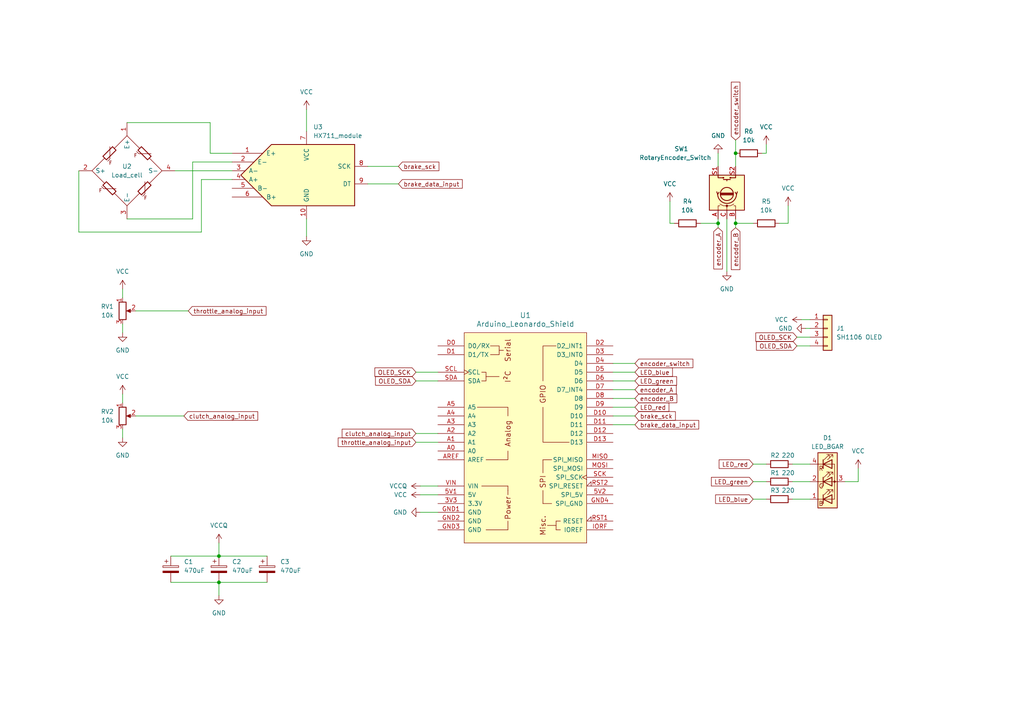
<source format=kicad_sch>
(kicad_sch (version 20230121) (generator eeschema)

  (uuid 65689b1a-9e3a-42d1-8fa0-e4c3eced2144)

  (paper "A4")

  (title_block
    (title "Arduino Pedalbox")
    (date "2023-10-08")
    (company "Bit Hunters")
  )

  (lib_symbols
    (symbol "Connector_Generic:Conn_01x04" (pin_names (offset 1.016) hide) (in_bom yes) (on_board yes)
      (property "Reference" "J" (at 0 5.08 0)
        (effects (font (size 1.27 1.27)))
      )
      (property "Value" "Conn_01x04" (at 0 -7.62 0)
        (effects (font (size 1.27 1.27)))
      )
      (property "Footprint" "" (at 0 0 0)
        (effects (font (size 1.27 1.27)) hide)
      )
      (property "Datasheet" "~" (at 0 0 0)
        (effects (font (size 1.27 1.27)) hide)
      )
      (property "ki_keywords" "connector" (at 0 0 0)
        (effects (font (size 1.27 1.27)) hide)
      )
      (property "ki_description" "Generic connector, single row, 01x04, script generated (kicad-library-utils/schlib/autogen/connector/)" (at 0 0 0)
        (effects (font (size 1.27 1.27)) hide)
      )
      (property "ki_fp_filters" "Connector*:*_1x??_*" (at 0 0 0)
        (effects (font (size 1.27 1.27)) hide)
      )
      (symbol "Conn_01x04_1_1"
        (rectangle (start -1.27 -4.953) (end 0 -5.207)
          (stroke (width 0.1524) (type default))
          (fill (type none))
        )
        (rectangle (start -1.27 -2.413) (end 0 -2.667)
          (stroke (width 0.1524) (type default))
          (fill (type none))
        )
        (rectangle (start -1.27 0.127) (end 0 -0.127)
          (stroke (width 0.1524) (type default))
          (fill (type none))
        )
        (rectangle (start -1.27 2.667) (end 0 2.413)
          (stroke (width 0.1524) (type default))
          (fill (type none))
        )
        (rectangle (start -1.27 3.81) (end 1.27 -6.35)
          (stroke (width 0.254) (type default))
          (fill (type background))
        )
        (pin passive line (at -5.08 2.54 0) (length 3.81)
          (name "Pin_1" (effects (font (size 1.27 1.27))))
          (number "1" (effects (font (size 1.27 1.27))))
        )
        (pin passive line (at -5.08 0 0) (length 3.81)
          (name "Pin_2" (effects (font (size 1.27 1.27))))
          (number "2" (effects (font (size 1.27 1.27))))
        )
        (pin passive line (at -5.08 -2.54 0) (length 3.81)
          (name "Pin_3" (effects (font (size 1.27 1.27))))
          (number "3" (effects (font (size 1.27 1.27))))
        )
        (pin passive line (at -5.08 -5.08 0) (length 3.81)
          (name "Pin_4" (effects (font (size 1.27 1.27))))
          (number "4" (effects (font (size 1.27 1.27))))
        )
      )
    )
    (symbol "Device:C_Polarized" (pin_numbers hide) (pin_names (offset 0.254)) (in_bom yes) (on_board yes)
      (property "Reference" "C" (at 0.635 2.54 0)
        (effects (font (size 1.27 1.27)) (justify left))
      )
      (property "Value" "C_Polarized" (at 0.635 -2.54 0)
        (effects (font (size 1.27 1.27)) (justify left))
      )
      (property "Footprint" "" (at 0.9652 -3.81 0)
        (effects (font (size 1.27 1.27)) hide)
      )
      (property "Datasheet" "~" (at 0 0 0)
        (effects (font (size 1.27 1.27)) hide)
      )
      (property "ki_keywords" "cap capacitor" (at 0 0 0)
        (effects (font (size 1.27 1.27)) hide)
      )
      (property "ki_description" "Polarized capacitor" (at 0 0 0)
        (effects (font (size 1.27 1.27)) hide)
      )
      (property "ki_fp_filters" "CP_*" (at 0 0 0)
        (effects (font (size 1.27 1.27)) hide)
      )
      (symbol "C_Polarized_0_1"
        (rectangle (start -2.286 0.508) (end 2.286 1.016)
          (stroke (width 0) (type default))
          (fill (type none))
        )
        (polyline
          (pts
            (xy -1.778 2.286)
            (xy -0.762 2.286)
          )
          (stroke (width 0) (type default))
          (fill (type none))
        )
        (polyline
          (pts
            (xy -1.27 2.794)
            (xy -1.27 1.778)
          )
          (stroke (width 0) (type default))
          (fill (type none))
        )
        (rectangle (start 2.286 -0.508) (end -2.286 -1.016)
          (stroke (width 0) (type default))
          (fill (type outline))
        )
      )
      (symbol "C_Polarized_1_1"
        (pin passive line (at 0 3.81 270) (length 2.794)
          (name "~" (effects (font (size 1.27 1.27))))
          (number "1" (effects (font (size 1.27 1.27))))
        )
        (pin passive line (at 0 -3.81 90) (length 2.794)
          (name "~" (effects (font (size 1.27 1.27))))
          (number "2" (effects (font (size 1.27 1.27))))
        )
      )
    )
    (symbol "Device:LED_BGAR" (pin_names (offset 0) hide) (in_bom yes) (on_board yes)
      (property "Reference" "D" (at 0 9.398 0)
        (effects (font (size 1.27 1.27)))
      )
      (property "Value" "LED_BGAR" (at 0 -8.89 0)
        (effects (font (size 1.27 1.27)))
      )
      (property "Footprint" "" (at 0 -1.27 0)
        (effects (font (size 1.27 1.27)) hide)
      )
      (property "Datasheet" "~" (at 0 -1.27 0)
        (effects (font (size 1.27 1.27)) hide)
      )
      (property "ki_keywords" "LED RGB diode" (at 0 0 0)
        (effects (font (size 1.27 1.27)) hide)
      )
      (property "ki_description" "RGB LED, blue/green/anode/red" (at 0 0 0)
        (effects (font (size 1.27 1.27)) hide)
      )
      (property "ki_fp_filters" "LED* LED_SMD:* LED_THT:*" (at 0 0 0)
        (effects (font (size 1.27 1.27)) hide)
      )
      (symbol "LED_BGAR_0_0"
        (text "B" (at -1.905 -6.35 0)
          (effects (font (size 1.27 1.27)))
        )
        (text "G" (at -1.905 -1.27 0)
          (effects (font (size 1.27 1.27)))
        )
        (text "R" (at -1.905 3.81 0)
          (effects (font (size 1.27 1.27)))
        )
      )
      (symbol "LED_BGAR_0_1"
        (polyline
          (pts
            (xy -1.27 -5.08)
            (xy -2.54 -5.08)
          )
          (stroke (width 0) (type default))
          (fill (type none))
        )
        (polyline
          (pts
            (xy -1.27 -5.08)
            (xy 1.27 -5.08)
          )
          (stroke (width 0) (type default))
          (fill (type none))
        )
        (polyline
          (pts
            (xy -1.27 -3.81)
            (xy -1.27 -6.35)
          )
          (stroke (width 0.254) (type default))
          (fill (type none))
        )
        (polyline
          (pts
            (xy -1.27 0)
            (xy -2.54 0)
          )
          (stroke (width 0) (type default))
          (fill (type none))
        )
        (polyline
          (pts
            (xy -1.27 1.27)
            (xy -1.27 -1.27)
          )
          (stroke (width 0.254) (type default))
          (fill (type none))
        )
        (polyline
          (pts
            (xy -1.27 5.08)
            (xy -2.54 5.08)
          )
          (stroke (width 0) (type default))
          (fill (type none))
        )
        (polyline
          (pts
            (xy -1.27 5.08)
            (xy 1.27 5.08)
          )
          (stroke (width 0) (type default))
          (fill (type none))
        )
        (polyline
          (pts
            (xy -1.27 6.35)
            (xy -1.27 3.81)
          )
          (stroke (width 0.254) (type default))
          (fill (type none))
        )
        (polyline
          (pts
            (xy 1.27 0)
            (xy -1.27 0)
          )
          (stroke (width 0) (type default))
          (fill (type none))
        )
        (polyline
          (pts
            (xy 1.27 0)
            (xy 2.54 0)
          )
          (stroke (width 0) (type default))
          (fill (type none))
        )
        (polyline
          (pts
            (xy -1.27 1.27)
            (xy -1.27 -1.27)
            (xy -1.27 -1.27)
          )
          (stroke (width 0) (type default))
          (fill (type none))
        )
        (polyline
          (pts
            (xy -1.27 6.35)
            (xy -1.27 3.81)
            (xy -1.27 3.81)
          )
          (stroke (width 0) (type default))
          (fill (type none))
        )
        (polyline
          (pts
            (xy 1.27 -5.08)
            (xy 2.032 -5.08)
            (xy 2.032 5.08)
            (xy 1.27 5.08)
          )
          (stroke (width 0) (type default))
          (fill (type none))
        )
        (polyline
          (pts
            (xy 1.27 -3.81)
            (xy 1.27 -6.35)
            (xy -1.27 -5.08)
            (xy 1.27 -3.81)
          )
          (stroke (width 0.254) (type default))
          (fill (type none))
        )
        (polyline
          (pts
            (xy 1.27 1.27)
            (xy 1.27 -1.27)
            (xy -1.27 0)
            (xy 1.27 1.27)
          )
          (stroke (width 0.254) (type default))
          (fill (type none))
        )
        (polyline
          (pts
            (xy 1.27 6.35)
            (xy 1.27 3.81)
            (xy -1.27 5.08)
            (xy 1.27 6.35)
          )
          (stroke (width 0.254) (type default))
          (fill (type none))
        )
        (polyline
          (pts
            (xy -1.016 -3.81)
            (xy 0.508 -2.286)
            (xy -0.254 -2.286)
            (xy 0.508 -2.286)
            (xy 0.508 -3.048)
          )
          (stroke (width 0) (type default))
          (fill (type none))
        )
        (polyline
          (pts
            (xy -1.016 1.27)
            (xy 0.508 2.794)
            (xy -0.254 2.794)
            (xy 0.508 2.794)
            (xy 0.508 2.032)
          )
          (stroke (width 0) (type default))
          (fill (type none))
        )
        (polyline
          (pts
            (xy -1.016 6.35)
            (xy 0.508 7.874)
            (xy -0.254 7.874)
            (xy 0.508 7.874)
            (xy 0.508 7.112)
          )
          (stroke (width 0) (type default))
          (fill (type none))
        )
        (polyline
          (pts
            (xy 0 -3.81)
            (xy 1.524 -2.286)
            (xy 0.762 -2.286)
            (xy 1.524 -2.286)
            (xy 1.524 -3.048)
          )
          (stroke (width 0) (type default))
          (fill (type none))
        )
        (polyline
          (pts
            (xy 0 1.27)
            (xy 1.524 2.794)
            (xy 0.762 2.794)
            (xy 1.524 2.794)
            (xy 1.524 2.032)
          )
          (stroke (width 0) (type default))
          (fill (type none))
        )
        (polyline
          (pts
            (xy 0 6.35)
            (xy 1.524 7.874)
            (xy 0.762 7.874)
            (xy 1.524 7.874)
            (xy 1.524 7.112)
          )
          (stroke (width 0) (type default))
          (fill (type none))
        )
        (rectangle (start 1.27 -1.27) (end 1.27 1.27)
          (stroke (width 0) (type default))
          (fill (type none))
        )
        (rectangle (start 1.27 1.27) (end 1.27 1.27)
          (stroke (width 0) (type default))
          (fill (type none))
        )
        (rectangle (start 1.27 3.81) (end 1.27 6.35)
          (stroke (width 0) (type default))
          (fill (type none))
        )
        (rectangle (start 1.27 6.35) (end 1.27 6.35)
          (stroke (width 0) (type default))
          (fill (type none))
        )
        (circle (center 2.032 0) (radius 0.254)
          (stroke (width 0) (type default))
          (fill (type outline))
        )
        (rectangle (start 2.794 8.382) (end -2.794 -7.62)
          (stroke (width 0.254) (type default))
          (fill (type background))
        )
      )
      (symbol "LED_BGAR_1_1"
        (pin passive line (at -5.08 -5.08 0) (length 2.54)
          (name "BK" (effects (font (size 1.27 1.27))))
          (number "1" (effects (font (size 1.27 1.27))))
        )
        (pin passive line (at -5.08 0 0) (length 2.54)
          (name "GK" (effects (font (size 1.27 1.27))))
          (number "2" (effects (font (size 1.27 1.27))))
        )
        (pin passive line (at 5.08 0 180) (length 2.54)
          (name "A" (effects (font (size 1.27 1.27))))
          (number "3" (effects (font (size 1.27 1.27))))
        )
        (pin passive line (at -5.08 5.08 0) (length 2.54)
          (name "RK" (effects (font (size 1.27 1.27))))
          (number "4" (effects (font (size 1.27 1.27))))
        )
      )
    )
    (symbol "Device:R" (pin_numbers hide) (pin_names (offset 0)) (in_bom yes) (on_board yes)
      (property "Reference" "R" (at 2.032 0 90)
        (effects (font (size 1.27 1.27)))
      )
      (property "Value" "R" (at 0 0 90)
        (effects (font (size 1.27 1.27)))
      )
      (property "Footprint" "" (at -1.778 0 90)
        (effects (font (size 1.27 1.27)) hide)
      )
      (property "Datasheet" "~" (at 0 0 0)
        (effects (font (size 1.27 1.27)) hide)
      )
      (property "ki_keywords" "R res resistor" (at 0 0 0)
        (effects (font (size 1.27 1.27)) hide)
      )
      (property "ki_description" "Resistor" (at 0 0 0)
        (effects (font (size 1.27 1.27)) hide)
      )
      (property "ki_fp_filters" "R_*" (at 0 0 0)
        (effects (font (size 1.27 1.27)) hide)
      )
      (symbol "R_0_1"
        (rectangle (start -1.016 -2.54) (end 1.016 2.54)
          (stroke (width 0.254) (type default))
          (fill (type none))
        )
      )
      (symbol "R_1_1"
        (pin passive line (at 0 3.81 270) (length 1.27)
          (name "~" (effects (font (size 1.27 1.27))))
          (number "1" (effects (font (size 1.27 1.27))))
        )
        (pin passive line (at 0 -3.81 90) (length 1.27)
          (name "~" (effects (font (size 1.27 1.27))))
          (number "2" (effects (font (size 1.27 1.27))))
        )
      )
    )
    (symbol "Device:R_Potentiometer" (pin_names (offset 1.016) hide) (in_bom yes) (on_board yes)
      (property "Reference" "RV" (at -4.445 0 90)
        (effects (font (size 1.27 1.27)))
      )
      (property "Value" "R_Potentiometer" (at -2.54 0 90)
        (effects (font (size 1.27 1.27)))
      )
      (property "Footprint" "" (at 0 0 0)
        (effects (font (size 1.27 1.27)) hide)
      )
      (property "Datasheet" "~" (at 0 0 0)
        (effects (font (size 1.27 1.27)) hide)
      )
      (property "ki_keywords" "resistor variable" (at 0 0 0)
        (effects (font (size 1.27 1.27)) hide)
      )
      (property "ki_description" "Potentiometer" (at 0 0 0)
        (effects (font (size 1.27 1.27)) hide)
      )
      (property "ki_fp_filters" "Potentiometer*" (at 0 0 0)
        (effects (font (size 1.27 1.27)) hide)
      )
      (symbol "R_Potentiometer_0_1"
        (polyline
          (pts
            (xy 2.54 0)
            (xy 1.524 0)
          )
          (stroke (width 0) (type default))
          (fill (type none))
        )
        (polyline
          (pts
            (xy 1.143 0)
            (xy 2.286 0.508)
            (xy 2.286 -0.508)
            (xy 1.143 0)
          )
          (stroke (width 0) (type default))
          (fill (type outline))
        )
        (rectangle (start 1.016 2.54) (end -1.016 -2.54)
          (stroke (width 0.254) (type default))
          (fill (type none))
        )
      )
      (symbol "R_Potentiometer_1_1"
        (pin passive line (at 0 3.81 270) (length 1.27)
          (name "1" (effects (font (size 1.27 1.27))))
          (number "1" (effects (font (size 1.27 1.27))))
        )
        (pin passive line (at 3.81 0 180) (length 1.27)
          (name "2" (effects (font (size 1.27 1.27))))
          (number "2" (effects (font (size 1.27 1.27))))
        )
        (pin passive line (at 0 -3.81 90) (length 1.27)
          (name "3" (effects (font (size 1.27 1.27))))
          (number "3" (effects (font (size 1.27 1.27))))
        )
      )
    )
    (symbol "Device:RotaryEncoder_Switch" (pin_names (offset 0.254) hide) (in_bom yes) (on_board yes)
      (property "Reference" "SW" (at 0 6.604 0)
        (effects (font (size 1.27 1.27)))
      )
      (property "Value" "RotaryEncoder_Switch" (at 0 -6.604 0)
        (effects (font (size 1.27 1.27)))
      )
      (property "Footprint" "" (at -3.81 4.064 0)
        (effects (font (size 1.27 1.27)) hide)
      )
      (property "Datasheet" "~" (at 0 6.604 0)
        (effects (font (size 1.27 1.27)) hide)
      )
      (property "ki_keywords" "rotary switch encoder switch push button" (at 0 0 0)
        (effects (font (size 1.27 1.27)) hide)
      )
      (property "ki_description" "Rotary encoder, dual channel, incremental quadrate outputs, with switch" (at 0 0 0)
        (effects (font (size 1.27 1.27)) hide)
      )
      (property "ki_fp_filters" "RotaryEncoder*Switch*" (at 0 0 0)
        (effects (font (size 1.27 1.27)) hide)
      )
      (symbol "RotaryEncoder_Switch_0_1"
        (rectangle (start -5.08 5.08) (end 5.08 -5.08)
          (stroke (width 0.254) (type default))
          (fill (type background))
        )
        (circle (center -3.81 0) (radius 0.254)
          (stroke (width 0) (type default))
          (fill (type outline))
        )
        (circle (center -0.381 0) (radius 1.905)
          (stroke (width 0.254) (type default))
          (fill (type none))
        )
        (arc (start -0.381 2.667) (mid -3.0988 -0.0635) (end -0.381 -2.794)
          (stroke (width 0.254) (type default))
          (fill (type none))
        )
        (polyline
          (pts
            (xy -0.635 -1.778)
            (xy -0.635 1.778)
          )
          (stroke (width 0.254) (type default))
          (fill (type none))
        )
        (polyline
          (pts
            (xy -0.381 -1.778)
            (xy -0.381 1.778)
          )
          (stroke (width 0.254) (type default))
          (fill (type none))
        )
        (polyline
          (pts
            (xy -0.127 1.778)
            (xy -0.127 -1.778)
          )
          (stroke (width 0.254) (type default))
          (fill (type none))
        )
        (polyline
          (pts
            (xy 3.81 0)
            (xy 3.429 0)
          )
          (stroke (width 0.254) (type default))
          (fill (type none))
        )
        (polyline
          (pts
            (xy 3.81 1.016)
            (xy 3.81 -1.016)
          )
          (stroke (width 0.254) (type default))
          (fill (type none))
        )
        (polyline
          (pts
            (xy -5.08 -2.54)
            (xy -3.81 -2.54)
            (xy -3.81 -2.032)
          )
          (stroke (width 0) (type default))
          (fill (type none))
        )
        (polyline
          (pts
            (xy -5.08 2.54)
            (xy -3.81 2.54)
            (xy -3.81 2.032)
          )
          (stroke (width 0) (type default))
          (fill (type none))
        )
        (polyline
          (pts
            (xy 0.254 -3.048)
            (xy -0.508 -2.794)
            (xy 0.127 -2.413)
          )
          (stroke (width 0.254) (type default))
          (fill (type none))
        )
        (polyline
          (pts
            (xy 0.254 2.921)
            (xy -0.508 2.667)
            (xy 0.127 2.286)
          )
          (stroke (width 0.254) (type default))
          (fill (type none))
        )
        (polyline
          (pts
            (xy 5.08 -2.54)
            (xy 4.318 -2.54)
            (xy 4.318 -1.016)
          )
          (stroke (width 0.254) (type default))
          (fill (type none))
        )
        (polyline
          (pts
            (xy 5.08 2.54)
            (xy 4.318 2.54)
            (xy 4.318 1.016)
          )
          (stroke (width 0.254) (type default))
          (fill (type none))
        )
        (polyline
          (pts
            (xy -5.08 0)
            (xy -3.81 0)
            (xy -3.81 -1.016)
            (xy -3.302 -2.032)
          )
          (stroke (width 0) (type default))
          (fill (type none))
        )
        (polyline
          (pts
            (xy -4.318 0)
            (xy -3.81 0)
            (xy -3.81 1.016)
            (xy -3.302 2.032)
          )
          (stroke (width 0) (type default))
          (fill (type none))
        )
        (circle (center 4.318 -1.016) (radius 0.127)
          (stroke (width 0.254) (type default))
          (fill (type none))
        )
        (circle (center 4.318 1.016) (radius 0.127)
          (stroke (width 0.254) (type default))
          (fill (type none))
        )
      )
      (symbol "RotaryEncoder_Switch_1_1"
        (pin passive line (at -7.62 2.54 0) (length 2.54)
          (name "A" (effects (font (size 1.27 1.27))))
          (number "A" (effects (font (size 1.27 1.27))))
        )
        (pin passive line (at -7.62 -2.54 0) (length 2.54)
          (name "B" (effects (font (size 1.27 1.27))))
          (number "B" (effects (font (size 1.27 1.27))))
        )
        (pin passive line (at -7.62 0 0) (length 2.54)
          (name "C" (effects (font (size 1.27 1.27))))
          (number "C" (effects (font (size 1.27 1.27))))
        )
        (pin passive line (at 7.62 2.54 180) (length 2.54)
          (name "S1" (effects (font (size 1.27 1.27))))
          (number "S1" (effects (font (size 1.27 1.27))))
        )
        (pin passive line (at 7.62 -2.54 180) (length 2.54)
          (name "S2" (effects (font (size 1.27 1.27))))
          (number "S2" (effects (font (size 1.27 1.27))))
        )
      )
    )
    (symbol "PCM_arduino-library:Arduino_Leonardo_Shield" (pin_names (offset 1.016)) (in_bom yes) (on_board yes)
      (property "Reference" "A" (at 0 36.83 0)
        (effects (font (size 1.524 1.524)))
      )
      (property "Value" "Arduino_Leonardo_Shield" (at 0 33.02 0)
        (effects (font (size 1.524 1.524)))
      )
      (property "Footprint" "PCM_arduino-library:Arduino_Leonardo_Shield" (at 0 -38.1 0)
        (effects (font (size 1.524 1.524)) hide)
      )
      (property "Datasheet" "https://docs.arduino.cc/hardware/leonardo" (at 0 -34.29 0)
        (effects (font (size 1.524 1.524)) hide)
      )
      (property "ki_keywords" "Arduino MPU Shield" (at 0 0 0)
        (effects (font (size 1.27 1.27)) hide)
      )
      (property "ki_description" "Shield for Arduino Leonardo" (at 0 0 0)
        (effects (font (size 1.27 1.27)) hide)
      )
      (property "ki_fp_filters" "Arduino_Leonardo_Shield" (at 0 0 0)
        (effects (font (size 1.27 1.27)) hide)
      )
      (symbol "Arduino_Leonardo_Shield_0_0"
        (rectangle (start -17.78 30.48) (end 17.78 -30.48)
          (stroke (width 0) (type default))
          (fill (type background))
        )
        (rectangle (start -12.7 -13.97) (end -5.08 -13.97)
          (stroke (width 0) (type default))
          (fill (type none))
        )
        (rectangle (start -11.43 -26.67) (end -5.08 -26.67)
          (stroke (width 0) (type default))
          (fill (type none))
        )
        (polyline
          (pts
            (xy -11.43 17.78)
            (xy -7.62 17.78)
          )
          (stroke (width 0) (type default))
          (fill (type none))
        )
        (polyline
          (pts
            (xy -7.62 25.4)
            (xy -6.35 25.4)
          )
          (stroke (width 0) (type default))
          (fill (type none))
        )
        (polyline
          (pts
            (xy -5.08 -26.67)
            (xy -5.08 -24.13)
          )
          (stroke (width 0) (type default))
          (fill (type none))
        )
        (polyline
          (pts
            (xy -5.08 -15.24)
            (xy -5.08 -16.51)
          )
          (stroke (width 0) (type default))
          (fill (type none))
        )
        (polyline
          (pts
            (xy -5.08 -13.97)
            (xy -5.08 -15.24)
          )
          (stroke (width 0) (type default))
          (fill (type none))
        )
        (polyline
          (pts
            (xy -5.08 -3.81)
            (xy -5.08 -6.35)
            (xy -11.43 -6.35)
          )
          (stroke (width 0) (type default))
          (fill (type none))
        )
        (polyline
          (pts
            (xy -5.08 6.35)
            (xy -5.08 8.89)
            (xy -13.97 8.89)
          )
          (stroke (width 0) (type default))
          (fill (type none))
        )
        (polyline
          (pts
            (xy 5.08 8.89)
            (xy 5.08 -1.27)
            (xy 12.7 -1.27)
          )
          (stroke (width 0) (type default))
          (fill (type none))
        )
        (polyline
          (pts
            (xy 5.08 16.51)
            (xy 5.08 26.67)
            (xy 8.89 26.67)
          )
          (stroke (width 0) (type default))
          (fill (type none))
        )
        (polyline
          (pts
            (xy -12.7 19.05)
            (xy -11.43 19.05)
            (xy -11.43 16.51)
            (xy -12.7 16.51)
          )
          (stroke (width 0) (type default))
          (fill (type none))
        )
        (polyline
          (pts
            (xy -10.16 26.67)
            (xy -7.62 26.67)
            (xy -7.62 24.13)
            (xy -10.16 24.13)
          )
          (stroke (width 0) (type default))
          (fill (type none))
        )
        (rectangle (start 5.08 -19.05) (end 5.08 -15.24)
          (stroke (width 0) (type default))
          (fill (type none))
        )
        (rectangle (start 5.08 -19.05) (end 7.62 -19.05)
          (stroke (width 0) (type default))
          (fill (type none))
        )
        (rectangle (start 5.08 -10.16) (end 5.08 -6.35)
          (stroke (width 0) (type default))
          (fill (type none))
        )
        (rectangle (start 7.62 -6.35) (end 5.08 -6.35)
          (stroke (width 0) (type default))
          (fill (type none))
        )
        (rectangle (start 8.89 -25.4) (end 6.35 -25.4)
          (stroke (width 0) (type default))
          (fill (type none))
        )
        (rectangle (start 8.89 -24.13) (end 8.89 -26.67)
          (stroke (width 0) (type default))
          (fill (type none))
        )
        (rectangle (start 10.16 -26.67) (end 8.89 -26.67)
          (stroke (width 0) (type default))
          (fill (type none))
        )
        (rectangle (start 10.16 -24.13) (end 8.89 -24.13)
          (stroke (width 0) (type default))
          (fill (type none))
        )
        (text "Analog" (at -5.08 1.27 900)
          (effects (font (size 1.524 1.524)))
        )
        (text "I²C" (at -5.08 17.78 900)
          (effects (font (size 1.524 1.524)))
        )
        (text "Misc." (at 5.08 -25.4 900)
          (effects (font (size 1.524 1.524)))
        )
        (text "Power" (at -5.08 -20.32 900)
          (effects (font (size 1.524 1.524)))
        )
        (text "Serial" (at -5.08 25.4 900)
          (effects (font (size 1.524 1.524)))
        )
        (text "SPI" (at 5.08 -12.7 900)
          (effects (font (size 1.524 1.524)))
        )
      )
      (symbol "Arduino_Leonardo_Shield_1_0"
        (text "GPIO" (at 5.08 12.7 900)
          (effects (font (size 1.524 1.524)))
        )
      )
      (symbol "Arduino_Leonardo_Shield_1_1"
        (pin power_out line (at -25.4 -19.05 0) (length 7.62)
          (name "3.3V" (effects (font (size 1.27 1.27))))
          (number "3V3" (effects (font (size 1.27 1.27))))
        )
        (pin power_in line (at -25.4 -16.51 0) (length 7.62)
          (name "5V" (effects (font (size 1.27 1.27))))
          (number "5V1" (effects (font (size 1.27 1.27))))
        )
        (pin power_in line (at 25.4 -16.51 180) (length 7.62)
          (name "SPI_5V" (effects (font (size 1.27 1.27))))
          (number "5V2" (effects (font (size 1.27 1.27))))
        )
        (pin bidirectional line (at -25.4 -3.81 0) (length 7.62)
          (name "A0" (effects (font (size 1.27 1.27))))
          (number "A0" (effects (font (size 1.27 1.27))))
        )
        (pin bidirectional line (at -25.4 -1.27 0) (length 7.62)
          (name "A1" (effects (font (size 1.27 1.27))))
          (number "A1" (effects (font (size 1.27 1.27))))
        )
        (pin bidirectional line (at -25.4 1.27 0) (length 7.62)
          (name "A2" (effects (font (size 1.27 1.27))))
          (number "A2" (effects (font (size 1.27 1.27))))
        )
        (pin bidirectional line (at -25.4 3.81 0) (length 7.62)
          (name "A3" (effects (font (size 1.27 1.27))))
          (number "A3" (effects (font (size 1.27 1.27))))
        )
        (pin bidirectional line (at -25.4 6.35 0) (length 7.62)
          (name "A4" (effects (font (size 1.27 1.27))))
          (number "A4" (effects (font (size 1.27 1.27))))
        )
        (pin bidirectional line (at -25.4 8.89 0) (length 7.62)
          (name "A5" (effects (font (size 1.27 1.27))))
          (number "A5" (effects (font (size 1.27 1.27))))
        )
        (pin input line (at -25.4 -6.35 0) (length 7.62)
          (name "AREF" (effects (font (size 1.27 1.27))))
          (number "AREF" (effects (font (size 1.27 1.27))))
        )
        (pin bidirectional line (at -25.4 26.67 0) (length 7.62)
          (name "D0/RX" (effects (font (size 1.27 1.27))))
          (number "D0" (effects (font (size 1.27 1.27))))
        )
        (pin bidirectional line (at -25.4 24.13 0) (length 7.62)
          (name "D1/TX" (effects (font (size 1.27 1.27))))
          (number "D1" (effects (font (size 1.27 1.27))))
        )
        (pin bidirectional line (at 25.4 6.35 180) (length 7.62)
          (name "D10" (effects (font (size 1.27 1.27))))
          (number "D10" (effects (font (size 1.27 1.27))))
        )
        (pin bidirectional line (at 25.4 3.81 180) (length 7.62)
          (name "D11" (effects (font (size 1.27 1.27))))
          (number "D11" (effects (font (size 1.27 1.27))))
        )
        (pin bidirectional line (at 25.4 1.27 180) (length 7.62)
          (name "D12" (effects (font (size 1.27 1.27))))
          (number "D12" (effects (font (size 1.27 1.27))))
        )
        (pin bidirectional line (at 25.4 -1.27 180) (length 7.62)
          (name "D13" (effects (font (size 1.27 1.27))))
          (number "D13" (effects (font (size 1.27 1.27))))
        )
        (pin bidirectional line (at 25.4 26.67 180) (length 7.62)
          (name "D2_INT1" (effects (font (size 1.27 1.27))))
          (number "D2" (effects (font (size 1.27 1.27))))
        )
        (pin bidirectional line (at 25.4 24.13 180) (length 7.62)
          (name "D3_INT0" (effects (font (size 1.27 1.27))))
          (number "D3" (effects (font (size 1.27 1.27))))
        )
        (pin bidirectional line (at 25.4 21.59 180) (length 7.62)
          (name "D4" (effects (font (size 1.27 1.27))))
          (number "D4" (effects (font (size 1.27 1.27))))
        )
        (pin bidirectional line (at 25.4 19.05 180) (length 7.62)
          (name "D5" (effects (font (size 1.27 1.27))))
          (number "D5" (effects (font (size 1.27 1.27))))
        )
        (pin bidirectional line (at 25.4 16.51 180) (length 7.62)
          (name "D6" (effects (font (size 1.27 1.27))))
          (number "D6" (effects (font (size 1.27 1.27))))
        )
        (pin bidirectional line (at 25.4 13.97 180) (length 7.62)
          (name "D7_INT4" (effects (font (size 1.27 1.27))))
          (number "D7" (effects (font (size 1.27 1.27))))
        )
        (pin bidirectional line (at 25.4 11.43 180) (length 7.62)
          (name "D8" (effects (font (size 1.27 1.27))))
          (number "D8" (effects (font (size 1.27 1.27))))
        )
        (pin bidirectional line (at 25.4 8.89 180) (length 7.62)
          (name "D9" (effects (font (size 1.27 1.27))))
          (number "D9" (effects (font (size 1.27 1.27))))
        )
        (pin power_in line (at -25.4 -21.59 0) (length 7.62)
          (name "GND" (effects (font (size 1.27 1.27))))
          (number "GND1" (effects (font (size 1.27 1.27))))
        )
        (pin power_in line (at -25.4 -24.13 0) (length 7.62)
          (name "GND" (effects (font (size 1.27 1.27))))
          (number "GND2" (effects (font (size 1.27 1.27))))
        )
        (pin power_in line (at -25.4 -26.67 0) (length 7.62)
          (name "GND" (effects (font (size 1.27 1.27))))
          (number "GND3" (effects (font (size 1.27 1.27))))
        )
        (pin power_in line (at 25.4 -19.05 180) (length 7.62)
          (name "SPI_GND" (effects (font (size 1.27 1.27))))
          (number "GND4" (effects (font (size 1.27 1.27))))
        )
        (pin output line (at 25.4 -26.67 180) (length 7.62)
          (name "IOREF" (effects (font (size 1.27 1.27))))
          (number "IORF" (effects (font (size 1.27 1.27))))
        )
        (pin input line (at 25.4 -6.35 180) (length 7.62)
          (name "SPI_MISO" (effects (font (size 1.27 1.27))))
          (number "MISO" (effects (font (size 1.27 1.27))))
        )
        (pin output line (at 25.4 -8.89 180) (length 7.62)
          (name "SPI_MOSI" (effects (font (size 1.27 1.27))))
          (number "MOSI" (effects (font (size 1.27 1.27))))
        )
        (pin open_collector input_low (at 25.4 -24.13 180) (length 7.62)
          (name "RESET" (effects (font (size 1.27 1.27))))
          (number "RST1" (effects (font (size 1.27 1.27))))
        )
        (pin open_collector input_low (at 25.4 -13.97 180) (length 7.62)
          (name "SPI_RESET" (effects (font (size 1.27 1.27))))
          (number "RST2" (effects (font (size 1.27 1.27))))
        )
        (pin output clock (at 25.4 -11.43 180) (length 7.62)
          (name "SPI_SCK" (effects (font (size 1.27 1.27))))
          (number "SCK" (effects (font (size 1.27 1.27))))
        )
        (pin bidirectional clock (at -25.4 19.05 0) (length 7.62)
          (name "SCL" (effects (font (size 1.27 1.27))))
          (number "SCL" (effects (font (size 1.27 1.27))))
        )
        (pin bidirectional line (at -25.4 16.51 0) (length 7.62)
          (name "SDA" (effects (font (size 1.27 1.27))))
          (number "SDA" (effects (font (size 1.27 1.27))))
        )
        (pin power_in line (at -25.4 -13.97 0) (length 7.62)
          (name "VIN" (effects (font (size 1.27 1.27))))
          (number "VIN" (effects (font (size 1.27 1.27))))
        )
      )
    )
    (symbol "misc_giogziro95:HX711_module" (pin_names (offset 1.016)) (in_bom yes) (on_board yes)
      (property "Reference" "U" (at 0 1.27 0)
        (effects (font (size 1.27 1.27)))
      )
      (property "Value" "HX711_module" (at 0 -1.27 0)
        (effects (font (size 1.27 1.27)))
      )
      (property "Footprint" "" (at 0 -16.51 0)
        (effects (font (size 1.27 1.27)) (justify top) hide)
      )
      (property "Datasheet" "https://cdn.sparkfun.com/datasheets/Sensors/ForceFlex/hx711_english.pdf" (at 0 -19.05 0)
        (effects (font (size 1.27 1.27)) (justify top) hide)
      )
      (property "ki_keywords" "ADC SPI 24-bit" (at 0 0 0)
        (effects (font (size 1.27 1.27)) hide)
      )
      (property "ki_description" "24-bit analog-to-digital converter for weigh scales" (at 0 0 0)
        (effects (font (size 1.27 1.27)) hide)
      )
      (symbol "HX711_module_0_1"
        (polyline
          (pts
            (xy 13.97 8.89)
            (xy -10.16 8.89)
            (xy -19.05 0)
            (xy -10.16 -8.89)
            (xy 13.97 -8.89)
            (xy 13.97 8.89)
          )
          (stroke (width 0.254) (type solid))
          (fill (type background))
        )
      )
      (symbol "HX711_module_1_1"
        (pin power_out line (at -21.59 6.35 0) (length 8.89)
          (name "E+" (effects (font (size 1.27 1.27))))
          (number "1" (effects (font (size 1.27 1.27))))
        )
        (pin power_in line (at 0 -12.7 90) (length 3.81)
          (name "GND" (effects (font (size 1.27 1.27))))
          (number "10" (effects (font (size 1.27 1.27))))
        )
        (pin power_out line (at -21.59 3.81 0) (length 6.35)
          (name "E-" (effects (font (size 1.27 1.27))))
          (number "2" (effects (font (size 1.27 1.27))))
        )
        (pin input line (at -21.59 1.27 0) (length 3.81)
          (name "A-" (effects (font (size 1.27 1.27))))
          (number "3" (effects (font (size 1.27 1.27))))
        )
        (pin input line (at -21.59 -1.27 0) (length 3.81)
          (name "A+" (effects (font (size 1.27 1.27))))
          (number "4" (effects (font (size 1.27 1.27))))
        )
        (pin input line (at -21.59 -3.81 0) (length 6.35)
          (name "B-" (effects (font (size 1.27 1.27))))
          (number "5" (effects (font (size 1.27 1.27))))
        )
        (pin input line (at -21.59 -6.35 0) (length 8.89)
          (name "B+" (effects (font (size 1.27 1.27))))
          (number "6" (effects (font (size 1.27 1.27))))
        )
        (pin power_in line (at 0 12.7 270) (length 3.81)
          (name "VCC" (effects (font (size 1.27 1.27))))
          (number "7" (effects (font (size 1.27 1.27))))
        )
        (pin input line (at 17.78 2.54 180) (length 3.81)
          (name "SCK" (effects (font (size 1.27 1.27))))
          (number "8" (effects (font (size 1.27 1.27))))
        )
        (pin output line (at 17.78 -2.54 180) (length 3.81)
          (name "DT" (effects (font (size 1.27 1.27))))
          (number "9" (effects (font (size 1.27 1.27))))
        )
      )
    )
    (symbol "misc_giogziro95:Load_cell" (pin_names (offset 1.016)) (in_bom yes) (on_board yes)
      (property "Reference" "U" (at 0 1.27 0)
        (effects (font (size 1.27 1.27)))
      )
      (property "Value" "Load_cell" (at 0 -1.27 0)
        (effects (font (size 1.27 1.27)))
      )
      (property "Footprint" "" (at 0 -17.78 0)
        (effects (font (size 1.27 1.27)) (justify top) hide)
      )
      (property "Datasheet" "http://www.robotshop.com/media/files/pdf/datasheet-3134.pdf" (at 0 -20.32 0)
        (effects (font (size 1.27 1.27)) (justify top) hide)
      )
      (property "ki_keywords" "Wheatstone bridge R res resistor FSR sensor" (at 0 0 0)
        (effects (font (size 1.27 1.27)) hide)
      )
      (property "ki_description" "4-wire load cell for weigh scales" (at 0 0 0)
        (effects (font (size 1.27 1.27)) hide)
      )
      (symbol "Load_cell_0_0"
        (polyline
          (pts
            (xy -5.588 2.794)
            (xy -4.953 3.429)
            (xy -4.953 6.985)
          )
          (stroke (width 0) (type solid))
          (fill (type none))
        )
        (polyline
          (pts
            (xy 2.794 5.588)
            (xy 3.429 4.953)
            (xy 6.985 4.953)
          )
          (stroke (width 0) (type solid))
          (fill (type none))
        )
        (polyline
          (pts
            (xy 4.572 -7.366)
            (xy 5.207 -6.731)
            (xy 5.207 -3.175)
          )
          (stroke (width 0) (type solid))
          (fill (type none))
        )
      )
      (symbol "Load_cell_0_1"
        (polyline
          (pts
            (xy -10.16 0)
            (xy -6.477 -3.683)
          )
          (stroke (width 0) (type solid))
          (fill (type none))
        )
        (polyline
          (pts
            (xy -6.477 3.683)
            (xy -10.16 0)
          )
          (stroke (width 0) (type solid))
          (fill (type none))
        )
        (polyline
          (pts
            (xy -3.683 -6.477)
            (xy 0 -10.16)
          )
          (stroke (width 0) (type solid))
          (fill (type none))
        )
        (polyline
          (pts
            (xy 0 -10.16)
            (xy 3.683 -6.477)
          )
          (stroke (width 0) (type solid))
          (fill (type none))
        )
        (polyline
          (pts
            (xy 0 10.16)
            (xy -3.683 6.477)
          )
          (stroke (width 0) (type solid))
          (fill (type none))
        )
        (polyline
          (pts
            (xy 3.683 6.477)
            (xy 0 10.16)
          )
          (stroke (width 0) (type solid))
          (fill (type none))
        )
        (polyline
          (pts
            (xy 6.477 -3.683)
            (xy 10.16 0)
          )
          (stroke (width 0) (type solid))
          (fill (type none))
        )
        (polyline
          (pts
            (xy 10.16 0)
            (xy 6.477 3.683)
          )
          (stroke (width 0) (type solid))
          (fill (type none))
        )
        (polyline
          (pts
            (xy -7.366 -4.572)
            (xy -6.731 -5.207)
            (xy -3.175 -5.207)
          )
          (stroke (width 0) (type solid))
          (fill (type none))
        )
        (polyline
          (pts
            (xy -6.985 -4.191)
            (xy -4.191 -6.985)
            (xy -3.175 -5.969)
            (xy -5.969 -3.175)
            (xy -6.985 -4.191)
          )
          (stroke (width 0.254) (type solid))
          (fill (type none))
        )
        (polyline
          (pts
            (xy -4.191 6.985)
            (xy -6.985 4.191)
            (xy -5.969 3.175)
            (xy -3.175 5.969)
            (xy -4.191 6.985)
          )
          (stroke (width 0.254) (type solid))
          (fill (type none))
        )
        (polyline
          (pts
            (xy 4.191 -6.985)
            (xy 6.985 -4.191)
            (xy 5.969 -3.175)
            (xy 3.175 -5.969)
            (xy 4.191 -6.985)
          )
          (stroke (width 0.254) (type solid))
          (fill (type none))
        )
        (polyline
          (pts
            (xy 6.985 4.191)
            (xy 4.191 6.985)
            (xy 3.175 5.969)
            (xy 5.969 3.175)
            (xy 6.985 4.191)
          )
          (stroke (width 0.254) (type solid))
          (fill (type none))
        )
      )
      (symbol "Load_cell_1_1"
        (text "F" (at -7.1374 -5.1308 0)
          (effects (font (size 1.016 1.016)) (justify right top))
        )
        (text "F" (at -5.3086 2.8702 0)
          (effects (font (size 1.016 1.016)) (justify left top))
        )
        (text "F" (at 3.0226 5.0292 0)
          (effects (font (size 1.016 1.016)) (justify right top))
        )
        (text "F" (at 4.8514 -7.2898 0)
          (effects (font (size 1.016 1.016)) (justify left top))
        )
        (pin power_in line (at 0 13.97 270) (length 3.81)
          (name "E+" (effects (font (size 1.27 1.27))))
          (number "1" (effects (font (size 1.27 1.27))))
        )
        (pin output line (at -13.97 0 0) (length 3.81)
          (name "S+" (effects (font (size 1.27 1.27))))
          (number "2" (effects (font (size 1.27 1.27))))
        )
        (pin power_in line (at 0 -13.97 90) (length 3.81)
          (name "E-" (effects (font (size 1.27 1.27))))
          (number "3" (effects (font (size 1.27 1.27))))
        )
        (pin output line (at 13.97 0 180) (length 3.81)
          (name "S-" (effects (font (size 1.27 1.27))))
          (number "4" (effects (font (size 1.27 1.27))))
        )
      )
    )
    (symbol "power:GND" (power) (pin_names (offset 0)) (in_bom yes) (on_board yes)
      (property "Reference" "#PWR" (at 0 -6.35 0)
        (effects (font (size 1.27 1.27)) hide)
      )
      (property "Value" "GND" (at 0 -3.81 0)
        (effects (font (size 1.27 1.27)))
      )
      (property "Footprint" "" (at 0 0 0)
        (effects (font (size 1.27 1.27)) hide)
      )
      (property "Datasheet" "" (at 0 0 0)
        (effects (font (size 1.27 1.27)) hide)
      )
      (property "ki_keywords" "global power" (at 0 0 0)
        (effects (font (size 1.27 1.27)) hide)
      )
      (property "ki_description" "Power symbol creates a global label with name \"GND\" , ground" (at 0 0 0)
        (effects (font (size 1.27 1.27)) hide)
      )
      (symbol "GND_0_1"
        (polyline
          (pts
            (xy 0 0)
            (xy 0 -1.27)
            (xy 1.27 -1.27)
            (xy 0 -2.54)
            (xy -1.27 -1.27)
            (xy 0 -1.27)
          )
          (stroke (width 0) (type default))
          (fill (type none))
        )
      )
      (symbol "GND_1_1"
        (pin power_in line (at 0 0 270) (length 0) hide
          (name "GND" (effects (font (size 1.27 1.27))))
          (number "1" (effects (font (size 1.27 1.27))))
        )
      )
    )
    (symbol "power:VCC" (power) (pin_names (offset 0)) (in_bom yes) (on_board yes)
      (property "Reference" "#PWR" (at 0 -3.81 0)
        (effects (font (size 1.27 1.27)) hide)
      )
      (property "Value" "VCC" (at 0 3.81 0)
        (effects (font (size 1.27 1.27)))
      )
      (property "Footprint" "" (at 0 0 0)
        (effects (font (size 1.27 1.27)) hide)
      )
      (property "Datasheet" "" (at 0 0 0)
        (effects (font (size 1.27 1.27)) hide)
      )
      (property "ki_keywords" "global power" (at 0 0 0)
        (effects (font (size 1.27 1.27)) hide)
      )
      (property "ki_description" "Power symbol creates a global label with name \"VCC\"" (at 0 0 0)
        (effects (font (size 1.27 1.27)) hide)
      )
      (symbol "VCC_0_1"
        (polyline
          (pts
            (xy -0.762 1.27)
            (xy 0 2.54)
          )
          (stroke (width 0) (type default))
          (fill (type none))
        )
        (polyline
          (pts
            (xy 0 0)
            (xy 0 2.54)
          )
          (stroke (width 0) (type default))
          (fill (type none))
        )
        (polyline
          (pts
            (xy 0 2.54)
            (xy 0.762 1.27)
          )
          (stroke (width 0) (type default))
          (fill (type none))
        )
      )
      (symbol "VCC_1_1"
        (pin power_in line (at 0 0 90) (length 0) hide
          (name "VCC" (effects (font (size 1.27 1.27))))
          (number "1" (effects (font (size 1.27 1.27))))
        )
      )
    )
    (symbol "power:VCCQ" (power) (pin_names (offset 0)) (in_bom yes) (on_board yes)
      (property "Reference" "#PWR" (at 0 -3.81 0)
        (effects (font (size 1.27 1.27)) hide)
      )
      (property "Value" "VCCQ" (at 0 3.81 0)
        (effects (font (size 1.27 1.27)))
      )
      (property "Footprint" "" (at 0 0 0)
        (effects (font (size 1.27 1.27)) hide)
      )
      (property "Datasheet" "" (at 0 0 0)
        (effects (font (size 1.27 1.27)) hide)
      )
      (property "ki_keywords" "global power" (at 0 0 0)
        (effects (font (size 1.27 1.27)) hide)
      )
      (property "ki_description" "Power symbol creates a global label with name \"VCCQ\"" (at 0 0 0)
        (effects (font (size 1.27 1.27)) hide)
      )
      (symbol "VCCQ_0_1"
        (polyline
          (pts
            (xy -0.762 1.27)
            (xy 0 2.54)
          )
          (stroke (width 0) (type default))
          (fill (type none))
        )
        (polyline
          (pts
            (xy 0 0)
            (xy 0 2.54)
          )
          (stroke (width 0) (type default))
          (fill (type none))
        )
        (polyline
          (pts
            (xy 0 2.54)
            (xy 0.762 1.27)
          )
          (stroke (width 0) (type default))
          (fill (type none))
        )
      )
      (symbol "VCCQ_1_1"
        (pin power_in line (at 0 0 90) (length 0) hide
          (name "VCCQ" (effects (font (size 1.27 1.27))))
          (number "1" (effects (font (size 1.27 1.27))))
        )
      )
    )
  )

  (junction (at 208.28 64.77) (diameter 0) (color 0 0 0 0)
    (uuid 37734d53-1475-4868-bd3b-c5287a6f34fa)
  )
  (junction (at 213.36 44.45) (diameter 0) (color 0 0 0 0)
    (uuid 3a949763-978d-4055-a862-d000ab8dacd6)
  )
  (junction (at 213.36 64.77) (diameter 0) (color 0 0 0 0)
    (uuid 429ea9f7-8ccf-4e88-b2c2-b1a02d665006)
  )
  (junction (at 63.5 168.91) (diameter 0) (color 0 0 0 0)
    (uuid cbdfb8d4-402f-4392-97b2-b5da53fbd268)
  )
  (junction (at 63.5 161.29) (diameter 0) (color 0 0 0 0)
    (uuid fcaf29ee-a6e5-46d5-9c23-166bd304ba99)
  )

  (wire (pts (xy 177.8 110.49) (xy 184.15 110.49))
    (stroke (width 0) (type default))
    (uuid 03bacb4a-38d5-4b11-b3f2-5e97e06a58e2)
  )
  (wire (pts (xy 208.28 44.45) (xy 208.28 48.26))
    (stroke (width 0) (type default))
    (uuid 061a7a26-c52d-4c46-b362-194139ceb182)
  )
  (wire (pts (xy 49.53 168.91) (xy 63.5 168.91))
    (stroke (width 0) (type default))
    (uuid 0e8e743e-2487-4f66-b8d6-ba15ed034772)
  )
  (wire (pts (xy 55.88 46.99) (xy 67.31 46.99))
    (stroke (width 0) (type default))
    (uuid 1a44093a-2530-4f77-b991-644e1dc4f8e5)
  )
  (wire (pts (xy 120.65 107.95) (xy 127 107.95))
    (stroke (width 0) (type default))
    (uuid 1a64430b-feb6-45c2-8745-0bf9d1cb07de)
  )
  (wire (pts (xy 120.65 125.73) (xy 127 125.73))
    (stroke (width 0) (type default))
    (uuid 1afb5010-8ffe-4a98-8705-4e77dca8cff9)
  )
  (wire (pts (xy 121.92 148.59) (xy 127 148.59))
    (stroke (width 0) (type default))
    (uuid 20078b0d-b6fe-4741-8144-ccce140b63d3)
  )
  (wire (pts (xy 36.83 63.5) (xy 55.88 63.5))
    (stroke (width 0) (type default))
    (uuid 23464508-36b4-4659-b37a-e9080727c015)
  )
  (wire (pts (xy 35.56 83.82) (xy 35.56 86.36))
    (stroke (width 0) (type default))
    (uuid 2820fe8b-2222-4574-af63-b00360bcff0e)
  )
  (wire (pts (xy 213.36 40.64) (xy 213.36 44.45))
    (stroke (width 0) (type default))
    (uuid 2d335915-921a-4246-a1f6-4d17b03aa0bd)
  )
  (wire (pts (xy 194.31 58.42) (xy 194.31 64.77))
    (stroke (width 0) (type default))
    (uuid 30213440-3d78-4a61-8351-9535935b8acb)
  )
  (wire (pts (xy 60.96 44.45) (xy 60.96 35.56))
    (stroke (width 0) (type default))
    (uuid 319f1195-36d6-4c8e-88ef-03dc254b32fa)
  )
  (wire (pts (xy 213.36 64.77) (xy 213.36 66.04))
    (stroke (width 0) (type default))
    (uuid 31c04e38-8a36-4670-885e-e0346271420e)
  )
  (wire (pts (xy 121.92 140.97) (xy 127 140.97))
    (stroke (width 0) (type default))
    (uuid 32500101-b565-406a-b63b-b86b79071a5d)
  )
  (wire (pts (xy 194.31 64.77) (xy 195.58 64.77))
    (stroke (width 0) (type default))
    (uuid 3579ce71-b7a2-4c81-afeb-a26dddeb3b4f)
  )
  (wire (pts (xy 63.5 161.29) (xy 77.47 161.29))
    (stroke (width 0) (type default))
    (uuid 36fef83b-fa8b-4525-9584-0eb5b597850a)
  )
  (wire (pts (xy 60.96 35.56) (xy 36.83 35.56))
    (stroke (width 0) (type default))
    (uuid 3c8f2e34-db4f-4c5b-8f61-b953f7d4ea52)
  )
  (wire (pts (xy 203.2 64.77) (xy 208.28 64.77))
    (stroke (width 0) (type default))
    (uuid 3f17e1b1-a334-4b0e-98f6-afe337562d59)
  )
  (wire (pts (xy 177.8 105.41) (xy 184.15 105.41))
    (stroke (width 0) (type default))
    (uuid 41150bd9-1588-4890-9bee-8018e5343692)
  )
  (wire (pts (xy 55.88 63.5) (xy 55.88 46.99))
    (stroke (width 0) (type default))
    (uuid 43e696ef-d0dd-4fbb-954c-88c0c27c5f68)
  )
  (wire (pts (xy 218.44 134.62) (xy 222.25 134.62))
    (stroke (width 0) (type default))
    (uuid 470fe55e-ce7c-4a73-b63d-5b089a4e68a3)
  )
  (wire (pts (xy 229.87 139.7) (xy 234.95 139.7))
    (stroke (width 0) (type default))
    (uuid 4efd0d15-c3ad-4623-8054-32b7aaafa2f0)
  )
  (wire (pts (xy 231.14 100.33) (xy 234.95 100.33))
    (stroke (width 0) (type default))
    (uuid 552ad4a9-04e9-4a69-8c81-b191ab184d1a)
  )
  (wire (pts (xy 63.5 157.48) (xy 63.5 161.29))
    (stroke (width 0) (type default))
    (uuid 558c1490-64c1-45a8-85a5-beb2132d55e1)
  )
  (wire (pts (xy 63.5 168.91) (xy 77.47 168.91))
    (stroke (width 0) (type default))
    (uuid 5e0730de-0517-4cbf-b31d-dc66f10bdf95)
  )
  (wire (pts (xy 218.44 139.7) (xy 222.25 139.7))
    (stroke (width 0) (type default))
    (uuid 60fc6516-c580-48e3-9aed-98e5c7023f77)
  )
  (wire (pts (xy 35.56 114.3) (xy 35.56 116.84))
    (stroke (width 0) (type default))
    (uuid 61266ac4-7111-48ce-b152-50cda4bd1a06)
  )
  (wire (pts (xy 208.28 64.77) (xy 208.28 66.04))
    (stroke (width 0) (type default))
    (uuid 63346c56-144b-45d9-8d42-f0539af35778)
  )
  (wire (pts (xy 63.5 168.91) (xy 63.5 172.72))
    (stroke (width 0) (type default))
    (uuid 63bdd38d-f52d-462e-b596-c52a3344f8cd)
  )
  (wire (pts (xy 177.8 113.03) (xy 184.15 113.03))
    (stroke (width 0) (type default))
    (uuid 669304a8-74fe-4db6-9d7f-ac54fb9ac498)
  )
  (wire (pts (xy 177.8 115.57) (xy 184.15 115.57))
    (stroke (width 0) (type default))
    (uuid 6db7748a-e911-4fc2-8a01-c014b7200c7c)
  )
  (wire (pts (xy 88.9 63.5) (xy 88.9 68.58))
    (stroke (width 0) (type default))
    (uuid 6e704a8f-e97f-4f0e-9265-202c16561bd1)
  )
  (wire (pts (xy 67.31 44.45) (xy 60.96 44.45))
    (stroke (width 0) (type default))
    (uuid 703e27c9-80b2-4ba2-a69f-c90acfebde9e)
  )
  (wire (pts (xy 22.86 67.31) (xy 22.86 49.53))
    (stroke (width 0) (type default))
    (uuid 74b9d3c3-5466-426f-a116-940d55c5b627)
  )
  (wire (pts (xy 39.37 120.65) (xy 53.34 120.65))
    (stroke (width 0) (type default))
    (uuid 774169fc-6632-47c8-bd97-7fcaea751654)
  )
  (wire (pts (xy 88.9 31.75) (xy 88.9 38.1))
    (stroke (width 0) (type default))
    (uuid 7a0609b5-9f54-41da-a4d3-e6723b5ba117)
  )
  (wire (pts (xy 177.8 107.95) (xy 184.15 107.95))
    (stroke (width 0) (type default))
    (uuid 7c3dbe33-1623-41d3-87cc-cb594b8c5949)
  )
  (wire (pts (xy 121.92 143.51) (xy 127 143.51))
    (stroke (width 0) (type default))
    (uuid 7e8b9d65-3de0-4be3-98eb-a39a15ec45ba)
  )
  (wire (pts (xy 67.31 52.07) (xy 58.42 52.07))
    (stroke (width 0) (type default))
    (uuid 7ebbdda0-d83e-44f9-9f16-a3033e805a03)
  )
  (wire (pts (xy 248.92 139.7) (xy 248.92 135.89))
    (stroke (width 0) (type default))
    (uuid 7efaaf4d-72e7-40ad-8e24-ccc4842aee4a)
  )
  (wire (pts (xy 177.8 118.11) (xy 184.15 118.11))
    (stroke (width 0) (type default))
    (uuid 849dbb17-7d55-4fde-9634-fda0307f383a)
  )
  (wire (pts (xy 35.56 93.98) (xy 35.56 96.52))
    (stroke (width 0) (type default))
    (uuid 86fc4029-7b7a-4a96-97c7-22b4c94366d4)
  )
  (wire (pts (xy 245.11 139.7) (xy 248.92 139.7))
    (stroke (width 0) (type default))
    (uuid 8ad82980-aeb0-469b-8c35-245a47e68838)
  )
  (wire (pts (xy 177.8 120.65) (xy 184.15 120.65))
    (stroke (width 0) (type default))
    (uuid 9232bdf5-e23f-4146-bd9f-6535546c5d90)
  )
  (wire (pts (xy 228.6 59.69) (xy 228.6 64.77))
    (stroke (width 0) (type default))
    (uuid 96efdd2a-6ad6-43bb-89d2-048d401f53ea)
  )
  (wire (pts (xy 39.37 90.17) (xy 54.61 90.17))
    (stroke (width 0) (type default))
    (uuid 97a5a7ea-3971-4deb-a5c3-ca31e3fa9976)
  )
  (wire (pts (xy 232.41 92.71) (xy 234.95 92.71))
    (stroke (width 0) (type default))
    (uuid 9c2c47d8-00ae-45b9-b5f9-aeb6fc19d496)
  )
  (wire (pts (xy 213.36 44.45) (xy 213.36 48.26))
    (stroke (width 0) (type default))
    (uuid 9c802cfd-d02f-42fc-8236-d5d732de8b3c)
  )
  (wire (pts (xy 222.25 44.45) (xy 222.25 41.91))
    (stroke (width 0) (type default))
    (uuid 9fe4e1cf-1e93-46a9-8f14-59a4f057d06f)
  )
  (wire (pts (xy 67.31 49.53) (xy 50.8 49.53))
    (stroke (width 0) (type default))
    (uuid a5b61a44-7b0d-4856-a269-a194942a728a)
  )
  (wire (pts (xy 231.14 97.79) (xy 234.95 97.79))
    (stroke (width 0) (type default))
    (uuid afdf8f76-3807-4f20-a78a-d00e0302d5c7)
  )
  (wire (pts (xy 213.36 63.5) (xy 213.36 64.77))
    (stroke (width 0) (type default))
    (uuid b211c483-ab7e-4812-a4aa-e24803616722)
  )
  (wire (pts (xy 213.36 64.77) (xy 218.44 64.77))
    (stroke (width 0) (type default))
    (uuid b6508efc-03c2-4e61-91f5-3380e0fb9069)
  )
  (wire (pts (xy 106.68 48.26) (xy 115.57 48.26))
    (stroke (width 0) (type default))
    (uuid b76a759b-25fe-412d-9f01-06f2b98827b4)
  )
  (wire (pts (xy 233.68 95.25) (xy 234.95 95.25))
    (stroke (width 0) (type default))
    (uuid bb8fa7b5-3d65-4bb3-ae7b-cf55d3231c36)
  )
  (wire (pts (xy 58.42 52.07) (xy 58.42 67.31))
    (stroke (width 0) (type default))
    (uuid bc5cb86e-2a41-4637-abdb-71b3696dbd22)
  )
  (wire (pts (xy 229.87 144.78) (xy 234.95 144.78))
    (stroke (width 0) (type default))
    (uuid bc9b65a6-7ec0-40cc-8666-12122b8a69fa)
  )
  (wire (pts (xy 120.65 110.49) (xy 127 110.49))
    (stroke (width 0) (type default))
    (uuid c2dd34a4-30dd-447c-b657-c033a010b312)
  )
  (wire (pts (xy 210.82 63.5) (xy 210.82 78.74))
    (stroke (width 0) (type default))
    (uuid c5761645-1205-42ad-b33c-ff7c8a8036d6)
  )
  (wire (pts (xy 228.6 64.77) (xy 226.06 64.77))
    (stroke (width 0) (type default))
    (uuid c8101b86-d883-45b4-a428-f19841d9d1bc)
  )
  (wire (pts (xy 208.28 63.5) (xy 208.28 64.77))
    (stroke (width 0) (type default))
    (uuid d0a2da56-afbc-4f85-b5bc-5b7dea87ec9b)
  )
  (wire (pts (xy 120.65 128.27) (xy 127 128.27))
    (stroke (width 0) (type default))
    (uuid d4e3a2b4-9908-4b29-a712-efd7cdf9511e)
  )
  (wire (pts (xy 222.25 44.45) (xy 220.98 44.45))
    (stroke (width 0) (type default))
    (uuid dbd10482-3baf-449e-be3c-03cd8b41f4c7)
  )
  (wire (pts (xy 106.68 53.34) (xy 115.57 53.34))
    (stroke (width 0) (type default))
    (uuid ddb02b89-e5c5-4a61-8329-2e0d131b3eb1)
  )
  (wire (pts (xy 177.8 123.19) (xy 184.15 123.19))
    (stroke (width 0) (type default))
    (uuid e4f20bb9-db2b-49de-ab37-daf43b4ccca4)
  )
  (wire (pts (xy 49.53 161.29) (xy 63.5 161.29))
    (stroke (width 0) (type default))
    (uuid e88b88fb-2d7d-4cbd-8047-21f6ebbd260c)
  )
  (wire (pts (xy 218.44 144.78) (xy 222.25 144.78))
    (stroke (width 0) (type default))
    (uuid e9195d90-221a-43f4-afd5-834158870463)
  )
  (wire (pts (xy 229.87 134.62) (xy 234.95 134.62))
    (stroke (width 0) (type default))
    (uuid ecebe82d-e44c-46d6-9ec2-09aa3a766f5f)
  )
  (wire (pts (xy 58.42 67.31) (xy 22.86 67.31))
    (stroke (width 0) (type default))
    (uuid ee0b93f1-e255-47e3-85fd-51a440ed0ace)
  )
  (wire (pts (xy 35.56 124.46) (xy 35.56 127))
    (stroke (width 0) (type default))
    (uuid f9b73345-3424-49c0-b6e1-6fdba0d06fe8)
  )

  (global_label "LED_green" (shape input) (at 184.15 110.49 0) (fields_autoplaced)
    (effects (font (size 1.27 1.27)) (justify left))
    (uuid 23f325b3-f995-4927-92a5-9002dcabe0fd)
    (property "Intersheetrefs" "${INTERSHEET_REFS}" (at 196.7319 110.49 0)
      (effects (font (size 1.27 1.27)) (justify left) hide)
    )
  )
  (global_label "encoder_B" (shape input) (at 184.15 115.57 0) (fields_autoplaced)
    (effects (font (size 1.27 1.27)) (justify left))
    (uuid 2c750d23-0d91-4f9a-a5c0-710a7a19fc3b)
    (property "Intersheetrefs" "${INTERSHEET_REFS}" (at 196.7924 115.57 0)
      (effects (font (size 1.27 1.27)) (justify left) hide)
    )
  )
  (global_label "encoder_A" (shape input) (at 208.28 66.04 270) (fields_autoplaced)
    (effects (font (size 1.27 1.27)) (justify right))
    (uuid 32ea1dca-9aca-4308-87c3-8264852c836e)
    (property "Intersheetrefs" "${INTERSHEET_REFS}" (at 208.28 78.501 90)
      (effects (font (size 1.27 1.27)) (justify right) hide)
    )
  )
  (global_label "encoder_B" (shape input) (at 213.36 66.04 270) (fields_autoplaced)
    (effects (font (size 1.27 1.27)) (justify right))
    (uuid 3afde351-bb54-4f2c-9834-7a15a7ce33df)
    (property "Intersheetrefs" "${INTERSHEET_REFS}" (at 213.36 78.6824 90)
      (effects (font (size 1.27 1.27)) (justify right) hide)
    )
  )
  (global_label "LED_green" (shape input) (at 218.44 139.7 180) (fields_autoplaced)
    (effects (font (size 1.27 1.27)) (justify right))
    (uuid 42122573-821e-4f98-be41-5779267d75d4)
    (property "Intersheetrefs" "${INTERSHEET_REFS}" (at 205.8581 139.7 0)
      (effects (font (size 1.27 1.27)) (justify right) hide)
    )
  )
  (global_label "brake_sck" (shape input) (at 184.15 120.65 0) (fields_autoplaced)
    (effects (font (size 1.27 1.27)) (justify left))
    (uuid 5045c8b6-ee9f-4c29-9c9e-335903be2856)
    (property "Intersheetrefs" "${INTERSHEET_REFS}" (at 196.3691 120.65 0)
      (effects (font (size 1.27 1.27)) (justify left) hide)
    )
  )
  (global_label "OLED_SCK" (shape input) (at 120.65 107.95 180) (fields_autoplaced)
    (effects (font (size 1.27 1.27)) (justify right))
    (uuid 6094a2ea-8507-4737-b8d6-aedf69d05627)
    (property "Intersheetrefs" "${INTERSHEET_REFS}" (at 108.2495 107.95 0)
      (effects (font (size 1.27 1.27)) (justify right) hide)
    )
  )
  (global_label "throttle_analog_input" (shape input) (at 120.65 128.27 180) (fields_autoplaced)
    (effects (font (size 1.27 1.27)) (justify right))
    (uuid 7da15ec8-31c0-45e5-8999-e475b63f9243)
    (property "Intersheetrefs" "${INTERSHEET_REFS}" (at 97.6062 128.27 0)
      (effects (font (size 1.27 1.27)) (justify right) hide)
    )
  )
  (global_label "OLED_SCK" (shape input) (at 231.14 97.79 180) (fields_autoplaced)
    (effects (font (size 1.27 1.27)) (justify right))
    (uuid 8e03e1f1-7cc8-442e-b67f-2f11cabd5975)
    (property "Intersheetrefs" "${INTERSHEET_REFS}" (at 218.7395 97.79 0)
      (effects (font (size 1.27 1.27)) (justify right) hide)
    )
  )
  (global_label "OLED_SDA" (shape input) (at 120.65 110.49 180) (fields_autoplaced)
    (effects (font (size 1.27 1.27)) (justify right))
    (uuid 9c2a6557-2de6-49b8-a0c6-9e9bf30a1ad3)
    (property "Intersheetrefs" "${INTERSHEET_REFS}" (at 108.4309 110.49 0)
      (effects (font (size 1.27 1.27)) (justify right) hide)
    )
  )
  (global_label "LED_red" (shape input) (at 218.44 134.62 180) (fields_autoplaced)
    (effects (font (size 1.27 1.27)) (justify right))
    (uuid a05e67fb-b57a-4d91-b198-32325856b9c2)
    (property "Intersheetrefs" "${INTERSHEET_REFS}" (at 208.0957 134.62 0)
      (effects (font (size 1.27 1.27)) (justify right) hide)
    )
  )
  (global_label "brake_data_input" (shape input) (at 115.57 53.34 0) (fields_autoplaced)
    (effects (font (size 1.27 1.27)) (justify left))
    (uuid a1ca9458-2483-417e-be23-ec9cedda252f)
    (property "Intersheetrefs" "${INTERSHEET_REFS}" (at 134.5621 53.34 0)
      (effects (font (size 1.27 1.27)) (justify left) hide)
    )
  )
  (global_label "encoder_switch" (shape input) (at 184.15 105.41 0) (fields_autoplaced)
    (effects (font (size 1.27 1.27)) (justify left))
    (uuid a5ed1e5c-91b2-44b3-b7ee-7ee09815cb21)
    (property "Intersheetrefs" "${INTERSHEET_REFS}" (at 201.4491 105.41 0)
      (effects (font (size 1.27 1.27)) (justify left) hide)
    )
  )
  (global_label "clutch_analog_input" (shape input) (at 120.65 125.73 180) (fields_autoplaced)
    (effects (font (size 1.27 1.27)) (justify right))
    (uuid a9576fcb-088c-4fb5-83bd-263be79b86b9)
    (property "Intersheetrefs" "${INTERSHEET_REFS}" (at 98.7552 125.73 0)
      (effects (font (size 1.27 1.27)) (justify right) hide)
    )
  )
  (global_label "OLED_SDA" (shape input) (at 231.14 100.33 180) (fields_autoplaced)
    (effects (font (size 1.27 1.27)) (justify right))
    (uuid b346a55a-91d3-414e-b96f-a59f869e8151)
    (property "Intersheetrefs" "${INTERSHEET_REFS}" (at 218.9209 100.33 0)
      (effects (font (size 1.27 1.27)) (justify right) hide)
    )
  )
  (global_label "brake_data_input" (shape input) (at 184.15 123.19 0) (fields_autoplaced)
    (effects (font (size 1.27 1.27)) (justify left))
    (uuid cb4d4876-895e-415e-b60b-e364ce0fec41)
    (property "Intersheetrefs" "${INTERSHEET_REFS}" (at 203.1421 123.19 0)
      (effects (font (size 1.27 1.27)) (justify left) hide)
    )
  )
  (global_label "LED_red" (shape input) (at 184.15 118.11 0) (fields_autoplaced)
    (effects (font (size 1.27 1.27)) (justify left))
    (uuid d048729e-3716-44ad-8ce4-5a7f3cfddc4f)
    (property "Intersheetrefs" "${INTERSHEET_REFS}" (at 194.4943 118.11 0)
      (effects (font (size 1.27 1.27)) (justify left) hide)
    )
  )
  (global_label "brake_sck" (shape input) (at 115.57 48.26 0) (fields_autoplaced)
    (effects (font (size 1.27 1.27)) (justify left))
    (uuid d6c7556f-8f38-4ab7-b808-e8c9b8bffeb7)
    (property "Intersheetrefs" "${INTERSHEET_REFS}" (at 127.7891 48.26 0)
      (effects (font (size 1.27 1.27)) (justify left) hide)
    )
  )
  (global_label "LED_blue" (shape input) (at 218.44 144.78 180) (fields_autoplaced)
    (effects (font (size 1.27 1.27)) (justify right))
    (uuid dfc0fbc5-0414-4c40-8c1e-386d480ca9c6)
    (property "Intersheetrefs" "${INTERSHEET_REFS}" (at 207.0677 144.78 0)
      (effects (font (size 1.27 1.27)) (justify right) hide)
    )
  )
  (global_label "encoder_A" (shape input) (at 184.15 113.03 0) (fields_autoplaced)
    (effects (font (size 1.27 1.27)) (justify left))
    (uuid e40c09e3-d312-4729-b250-e78424aa327e)
    (property "Intersheetrefs" "${INTERSHEET_REFS}" (at 196.611 113.03 0)
      (effects (font (size 1.27 1.27)) (justify left) hide)
    )
  )
  (global_label "clutch_analog_input" (shape input) (at 53.34 120.65 0) (fields_autoplaced)
    (effects (font (size 1.27 1.27)) (justify left))
    (uuid ecbe9c91-672b-4d3c-a434-5fb799e0b092)
    (property "Intersheetrefs" "${INTERSHEET_REFS}" (at 75.2348 120.65 0)
      (effects (font (size 1.27 1.27)) (justify left) hide)
    )
  )
  (global_label "throttle_analog_input" (shape input) (at 54.61 90.17 0) (fields_autoplaced)
    (effects (font (size 1.27 1.27)) (justify left))
    (uuid f9ee1991-3ca2-48f2-b477-2d4f3b68a16d)
    (property "Intersheetrefs" "${INTERSHEET_REFS}" (at 77.6538 90.17 0)
      (effects (font (size 1.27 1.27)) (justify left) hide)
    )
  )
  (global_label "encoder_switch" (shape input) (at 213.36 40.64 90) (fields_autoplaced)
    (effects (font (size 1.27 1.27)) (justify left))
    (uuid fa3672d4-5ecb-4d1d-ae31-6228511cdcd1)
    (property "Intersheetrefs" "${INTERSHEET_REFS}" (at 213.36 23.3409 90)
      (effects (font (size 1.27 1.27)) (justify left) hide)
    )
  )
  (global_label "LED_blue" (shape input) (at 184.15 107.95 0) (fields_autoplaced)
    (effects (font (size 1.27 1.27)) (justify left))
    (uuid fbdfd0d6-cc5e-4071-8446-543f905628b0)
    (property "Intersheetrefs" "${INTERSHEET_REFS}" (at 195.5223 107.95 0)
      (effects (font (size 1.27 1.27)) (justify left) hide)
    )
  )

  (symbol (lib_id "power:VCC") (at 88.9 31.75 0) (unit 1)
    (in_bom yes) (on_board yes) (dnp no) (fields_autoplaced)
    (uuid 01e13b6d-e969-42e2-937a-d8e39f3415fa)
    (property "Reference" "#PWR06" (at 88.9 35.56 0)
      (effects (font (size 1.27 1.27)) hide)
    )
    (property "Value" "VCC" (at 88.9 26.67 0)
      (effects (font (size 1.27 1.27)))
    )
    (property "Footprint" "" (at 88.9 31.75 0)
      (effects (font (size 1.27 1.27)) hide)
    )
    (property "Datasheet" "" (at 88.9 31.75 0)
      (effects (font (size 1.27 1.27)) hide)
    )
    (pin "1" (uuid e96ff861-ed49-40ab-8e3a-1435b2a27e41))
    (instances
      (project "arduino_pedalbox"
        (path "/65689b1a-9e3a-42d1-8fa0-e4c3eced2144"
          (reference "#PWR06") (unit 1)
        )
      )
    )
  )

  (symbol (lib_id "power:VCC") (at 232.41 92.71 90) (unit 1)
    (in_bom yes) (on_board yes) (dnp no) (fields_autoplaced)
    (uuid 04e29db4-b5aa-4fda-8823-7c3059770489)
    (property "Reference" "#PWR08" (at 236.22 92.71 0)
      (effects (font (size 1.27 1.27)) hide)
    )
    (property "Value" "VCC" (at 228.6 92.71 90)
      (effects (font (size 1.27 1.27)) (justify left))
    )
    (property "Footprint" "" (at 232.41 92.71 0)
      (effects (font (size 1.27 1.27)) hide)
    )
    (property "Datasheet" "" (at 232.41 92.71 0)
      (effects (font (size 1.27 1.27)) hide)
    )
    (pin "1" (uuid 710983c0-3305-4e15-af61-e2cc4f556069))
    (instances
      (project "arduino_pedalbox"
        (path "/65689b1a-9e3a-42d1-8fa0-e4c3eced2144"
          (reference "#PWR08") (unit 1)
        )
      )
    )
  )

  (symbol (lib_id "power:VCC") (at 228.6 59.69 0) (unit 1)
    (in_bom yes) (on_board yes) (dnp no) (fields_autoplaced)
    (uuid 07d88397-798a-417b-96f3-346af34bfd08)
    (property "Reference" "#PWR010" (at 228.6 63.5 0)
      (effects (font (size 1.27 1.27)) hide)
    )
    (property "Value" "VCC" (at 228.6 54.61 0)
      (effects (font (size 1.27 1.27)))
    )
    (property "Footprint" "" (at 228.6 59.69 0)
      (effects (font (size 1.27 1.27)) hide)
    )
    (property "Datasheet" "" (at 228.6 59.69 0)
      (effects (font (size 1.27 1.27)) hide)
    )
    (pin "1" (uuid 5e777d05-38b9-45fc-a60d-971cf598a8d2))
    (instances
      (project "arduino_pedalbox"
        (path "/65689b1a-9e3a-42d1-8fa0-e4c3eced2144"
          (reference "#PWR010") (unit 1)
        )
      )
    )
  )

  (symbol (lib_id "Device:R") (at 226.06 134.62 90) (unit 1)
    (in_bom yes) (on_board yes) (dnp no)
    (uuid 1a5106ab-8382-4c2d-ad03-c841abcd8d74)
    (property "Reference" "R2" (at 224.79 132.08 90)
      (effects (font (size 1.27 1.27)))
    )
    (property "Value" "220" (at 228.6 132.08 90)
      (effects (font (size 1.27 1.27)))
    )
    (property "Footprint" "" (at 226.06 136.398 90)
      (effects (font (size 1.27 1.27)) hide)
    )
    (property "Datasheet" "~" (at 226.06 134.62 0)
      (effects (font (size 1.27 1.27)) hide)
    )
    (pin "1" (uuid d180be33-a810-4599-a4aa-18143a5189f5))
    (pin "2" (uuid bcd8f529-02b7-4a97-8d13-8b1f29bd18dc))
    (instances
      (project "arduino_pedalbox"
        (path "/65689b1a-9e3a-42d1-8fa0-e4c3eced2144"
          (reference "R2") (unit 1)
        )
      )
    )
  )

  (symbol (lib_id "misc_giogziro95:HX711_module") (at 88.9 50.8 0) (unit 1)
    (in_bom yes) (on_board yes) (dnp no) (fields_autoplaced)
    (uuid 2a49025e-2a8a-40a8-a134-2761e787b253)
    (property "Reference" "U3" (at 90.8559 36.83 0)
      (effects (font (size 1.27 1.27)) (justify left))
    )
    (property "Value" "HX711_module" (at 90.8559 39.37 0)
      (effects (font (size 1.27 1.27)) (justify left))
    )
    (property "Footprint" "" (at 88.9 67.31 0)
      (effects (font (size 1.27 1.27)) (justify top) hide)
    )
    (property "Datasheet" "https://cdn.sparkfun.com/datasheets/Sensors/ForceFlex/hx711_english.pdf" (at 88.9 69.85 0)
      (effects (font (size 1.27 1.27)) (justify top) hide)
    )
    (pin "1" (uuid b975dcdd-670e-41f1-a92b-ea12c0bad180))
    (pin "10" (uuid a6977b74-c283-4f05-a04a-1c7c3663fb01))
    (pin "2" (uuid 01460066-7d52-4a30-ba21-1223f568ab7d))
    (pin "3" (uuid 5c764053-1f96-450a-8470-a6aa6160f82f))
    (pin "4" (uuid 6b4f5b40-7270-4d97-a33c-58b2c9a23973))
    (pin "5" (uuid 50d34ef7-3820-4dfc-8102-30735dd14f7b))
    (pin "6" (uuid 8aa9b27d-c28f-42cb-86d3-63aa83db7594))
    (pin "7" (uuid 9c78d9c1-a8d3-4415-b3f5-196936003854))
    (pin "8" (uuid 46186b47-1061-4740-a17f-1cb0af822832))
    (pin "9" (uuid f997aeaa-0507-4461-bca2-aa13972fe46d))
    (instances
      (project "arduino_pedalbox"
        (path "/65689b1a-9e3a-42d1-8fa0-e4c3eced2144"
          (reference "U3") (unit 1)
        )
      )
    )
  )

  (symbol (lib_id "power:VCC") (at 121.92 143.51 90) (unit 1)
    (in_bom yes) (on_board yes) (dnp no) (fields_autoplaced)
    (uuid 2a6a0431-86c4-48f0-a4f0-6496575e8206)
    (property "Reference" "#PWR015" (at 125.73 143.51 0)
      (effects (font (size 1.27 1.27)) hide)
    )
    (property "Value" "VCC" (at 118.11 143.51 90)
      (effects (font (size 1.27 1.27)) (justify left))
    )
    (property "Footprint" "" (at 121.92 143.51 0)
      (effects (font (size 1.27 1.27)) hide)
    )
    (property "Datasheet" "" (at 121.92 143.51 0)
      (effects (font (size 1.27 1.27)) hide)
    )
    (pin "1" (uuid 7e6d3dae-9536-4543-92a0-d90e62601eb7))
    (instances
      (project "arduino_pedalbox"
        (path "/65689b1a-9e3a-42d1-8fa0-e4c3eced2144"
          (reference "#PWR015") (unit 1)
        )
      )
    )
  )

  (symbol (lib_id "power:GND") (at 35.56 96.52 0) (unit 1)
    (in_bom yes) (on_board yes) (dnp no) (fields_autoplaced)
    (uuid 2efb9fb4-1b99-40ff-9340-b9592a21c7c4)
    (property "Reference" "#PWR04" (at 35.56 102.87 0)
      (effects (font (size 1.27 1.27)) hide)
    )
    (property "Value" "GND" (at 35.56 101.6 0)
      (effects (font (size 1.27 1.27)))
    )
    (property "Footprint" "" (at 35.56 96.52 0)
      (effects (font (size 1.27 1.27)) hide)
    )
    (property "Datasheet" "" (at 35.56 96.52 0)
      (effects (font (size 1.27 1.27)) hide)
    )
    (pin "1" (uuid f4551c49-8553-4de2-91ca-cda11fd895f6))
    (instances
      (project "arduino_pedalbox"
        (path "/65689b1a-9e3a-42d1-8fa0-e4c3eced2144"
          (reference "#PWR04") (unit 1)
        )
      )
    )
  )

  (symbol (lib_id "Connector_Generic:Conn_01x04") (at 240.03 95.25 0) (unit 1)
    (in_bom yes) (on_board yes) (dnp no) (fields_autoplaced)
    (uuid 32bf59ba-2f9b-45e0-9167-f653b3d3f9e4)
    (property "Reference" "J1" (at 242.57 95.25 0)
      (effects (font (size 1.27 1.27)) (justify left))
    )
    (property "Value" "SH1106 OLED" (at 242.57 97.79 0)
      (effects (font (size 1.27 1.27)) (justify left))
    )
    (property "Footprint" "" (at 240.03 95.25 0)
      (effects (font (size 1.27 1.27)) hide)
    )
    (property "Datasheet" "~" (at 240.03 95.25 0)
      (effects (font (size 1.27 1.27)) hide)
    )
    (pin "1" (uuid 1b1d575e-bbe6-49e9-93e3-b827fc94aa0f))
    (pin "2" (uuid 6319b745-0aec-47e3-9084-1cc4341572e0))
    (pin "3" (uuid 6561f607-a059-4b2d-a20e-42182a4515ec))
    (pin "4" (uuid 68450b38-5ca3-45fd-b7dd-33fdef5fff39))
    (instances
      (project "arduino_pedalbox"
        (path "/65689b1a-9e3a-42d1-8fa0-e4c3eced2144"
          (reference "J1") (unit 1)
        )
      )
    )
  )

  (symbol (lib_id "Device:C_Polarized") (at 49.53 165.1 0) (unit 1)
    (in_bom yes) (on_board yes) (dnp no) (fields_autoplaced)
    (uuid 39fc809d-f38b-4632-b207-149677cede48)
    (property "Reference" "C1" (at 53.34 162.941 0)
      (effects (font (size 1.27 1.27)) (justify left))
    )
    (property "Value" "470uF" (at 53.34 165.481 0)
      (effects (font (size 1.27 1.27)) (justify left))
    )
    (property "Footprint" "" (at 50.4952 168.91 0)
      (effects (font (size 1.27 1.27)) hide)
    )
    (property "Datasheet" "~" (at 49.53 165.1 0)
      (effects (font (size 1.27 1.27)) hide)
    )
    (pin "1" (uuid ca82392d-401d-4746-af13-8cb495066b37))
    (pin "2" (uuid 96708cd3-c8bd-4745-a5ca-fab70553e72a))
    (instances
      (project "arduino_pedalbox"
        (path "/65689b1a-9e3a-42d1-8fa0-e4c3eced2144"
          (reference "C1") (unit 1)
        )
      )
    )
  )

  (symbol (lib_id "power:GND") (at 233.68 95.25 270) (unit 1)
    (in_bom yes) (on_board yes) (dnp no) (fields_autoplaced)
    (uuid 3e22b6d4-be82-4566-bd3f-75e484ab1a74)
    (property "Reference" "#PWR09" (at 227.33 95.25 0)
      (effects (font (size 1.27 1.27)) hide)
    )
    (property "Value" "GND" (at 229.87 95.25 90)
      (effects (font (size 1.27 1.27)) (justify right))
    )
    (property "Footprint" "" (at 233.68 95.25 0)
      (effects (font (size 1.27 1.27)) hide)
    )
    (property "Datasheet" "" (at 233.68 95.25 0)
      (effects (font (size 1.27 1.27)) hide)
    )
    (pin "1" (uuid 64e8c2bc-2b30-41ad-be26-e87a38015684))
    (instances
      (project "arduino_pedalbox"
        (path "/65689b1a-9e3a-42d1-8fa0-e4c3eced2144"
          (reference "#PWR09") (unit 1)
        )
      )
    )
  )

  (symbol (lib_id "power:GND") (at 63.5 172.72 0) (unit 1)
    (in_bom yes) (on_board yes) (dnp no) (fields_autoplaced)
    (uuid 3f917efb-bcd0-4fff-a83d-34c92c18dbaa)
    (property "Reference" "#PWR019" (at 63.5 179.07 0)
      (effects (font (size 1.27 1.27)) hide)
    )
    (property "Value" "GND" (at 63.5 177.8 0)
      (effects (font (size 1.27 1.27)))
    )
    (property "Footprint" "" (at 63.5 172.72 0)
      (effects (font (size 1.27 1.27)) hide)
    )
    (property "Datasheet" "" (at 63.5 172.72 0)
      (effects (font (size 1.27 1.27)) hide)
    )
    (pin "1" (uuid 7bced934-091b-47a9-8942-0fca02811fda))
    (instances
      (project "arduino_pedalbox"
        (path "/65689b1a-9e3a-42d1-8fa0-e4c3eced2144"
          (reference "#PWR019") (unit 1)
        )
      )
    )
  )

  (symbol (lib_id "Device:R") (at 222.25 64.77 270) (unit 1)
    (in_bom yes) (on_board yes) (dnp no) (fields_autoplaced)
    (uuid 3fd32113-746a-4d87-90d2-7c8eaeaf1820)
    (property "Reference" "R5" (at 222.25 58.42 90)
      (effects (font (size 1.27 1.27)))
    )
    (property "Value" "10k" (at 222.25 60.96 90)
      (effects (font (size 1.27 1.27)))
    )
    (property "Footprint" "" (at 222.25 62.992 90)
      (effects (font (size 1.27 1.27)) hide)
    )
    (property "Datasheet" "~" (at 222.25 64.77 0)
      (effects (font (size 1.27 1.27)) hide)
    )
    (pin "1" (uuid b7da4554-21d9-4e47-830b-8a7d7338bdf0))
    (pin "2" (uuid 55aedf78-97d7-4966-acc0-ae447ff252f2))
    (instances
      (project "arduino_pedalbox"
        (path "/65689b1a-9e3a-42d1-8fa0-e4c3eced2144"
          (reference "R5") (unit 1)
        )
      )
    )
  )

  (symbol (lib_id "power:VCC") (at 35.56 83.82 0) (unit 1)
    (in_bom yes) (on_board yes) (dnp no) (fields_autoplaced)
    (uuid 4266b429-df29-4087-8d14-1e54b56249d2)
    (property "Reference" "#PWR02" (at 35.56 87.63 0)
      (effects (font (size 1.27 1.27)) hide)
    )
    (property "Value" "VCC" (at 35.56 78.74 0)
      (effects (font (size 1.27 1.27)))
    )
    (property "Footprint" "" (at 35.56 83.82 0)
      (effects (font (size 1.27 1.27)) hide)
    )
    (property "Datasheet" "" (at 35.56 83.82 0)
      (effects (font (size 1.27 1.27)) hide)
    )
    (pin "1" (uuid a243d5c2-ee02-414e-9f39-21feaae79095))
    (instances
      (project "arduino_pedalbox"
        (path "/65689b1a-9e3a-42d1-8fa0-e4c3eced2144"
          (reference "#PWR02") (unit 1)
        )
      )
    )
  )

  (symbol (lib_id "Device:R") (at 199.39 64.77 270) (unit 1)
    (in_bom yes) (on_board yes) (dnp no) (fields_autoplaced)
    (uuid 4a64c835-17a4-412b-951f-edc1af0abdf5)
    (property "Reference" "R4" (at 199.39 58.42 90)
      (effects (font (size 1.27 1.27)))
    )
    (property "Value" "10k" (at 199.39 60.96 90)
      (effects (font (size 1.27 1.27)))
    )
    (property "Footprint" "" (at 199.39 62.992 90)
      (effects (font (size 1.27 1.27)) hide)
    )
    (property "Datasheet" "~" (at 199.39 64.77 0)
      (effects (font (size 1.27 1.27)) hide)
    )
    (pin "1" (uuid 5aa8d22a-e960-4d07-afcd-56f5102dc83f))
    (pin "2" (uuid 7bcb01e1-139c-4d9d-a2d8-57f9ba81a2e1))
    (instances
      (project "arduino_pedalbox"
        (path "/65689b1a-9e3a-42d1-8fa0-e4c3eced2144"
          (reference "R4") (unit 1)
        )
      )
    )
  )

  (symbol (lib_id "misc_giogziro95:Load_cell") (at 36.83 49.53 0) (unit 1)
    (in_bom yes) (on_board yes) (dnp no)
    (uuid 5e184097-5b86-4523-9abb-a9f18db04120)
    (property "Reference" "U2" (at 36.83 48.26 0)
      (effects (font (size 1.27 1.27)))
    )
    (property "Value" "Load_cell" (at 36.83 50.8 0)
      (effects (font (size 1.27 1.27)))
    )
    (property "Footprint" "" (at 36.83 67.31 0)
      (effects (font (size 1.27 1.27)) (justify top) hide)
    )
    (property "Datasheet" "http://www.robotshop.com/media/files/pdf/datasheet-3134.pdf" (at 36.83 69.85 0)
      (effects (font (size 1.27 1.27)) (justify top) hide)
    )
    (pin "1" (uuid 2a46295e-d43d-499c-9e9a-47c1ad6ebc5e))
    (pin "2" (uuid 59b2aeff-3795-4ec7-b870-5050c59425aa))
    (pin "3" (uuid a74ef3a5-2304-4f69-9737-b46e0d039a6f))
    (pin "4" (uuid 8e49e173-211b-47a8-baa1-b07a00f160c6))
    (instances
      (project "arduino_pedalbox"
        (path "/65689b1a-9e3a-42d1-8fa0-e4c3eced2144"
          (reference "U2") (unit 1)
        )
      )
    )
  )

  (symbol (lib_id "Device:LED_BGAR") (at 240.03 139.7 0) (unit 1)
    (in_bom yes) (on_board yes) (dnp no) (fields_autoplaced)
    (uuid 5faaa84d-b32d-4796-8a23-28e6a67d7dc4)
    (property "Reference" "D1" (at 240.03 127 0)
      (effects (font (size 1.27 1.27)))
    )
    (property "Value" "LED_BGAR" (at 240.03 129.54 0)
      (effects (font (size 1.27 1.27)))
    )
    (property "Footprint" "" (at 240.03 140.97 0)
      (effects (font (size 1.27 1.27)) hide)
    )
    (property "Datasheet" "~" (at 240.03 140.97 0)
      (effects (font (size 1.27 1.27)) hide)
    )
    (pin "1" (uuid 61a4a6f0-fbfd-48f3-b7e5-ede6b01a776f))
    (pin "2" (uuid 92fe3a27-3655-4262-8da9-1fac6204694e))
    (pin "3" (uuid 81f15254-95b4-4429-afa9-06973543ef43))
    (pin "4" (uuid 0a28c1a7-5852-4b85-9e06-6c3848479049))
    (instances
      (project "arduino_pedalbox"
        (path "/65689b1a-9e3a-42d1-8fa0-e4c3eced2144"
          (reference "D1") (unit 1)
        )
      )
    )
  )

  (symbol (lib_id "power:VCC") (at 222.25 41.91 0) (unit 1)
    (in_bom yes) (on_board yes) (dnp no) (fields_autoplaced)
    (uuid 6ee7bbfb-a1d5-419b-ae97-0906de8876ab)
    (property "Reference" "#PWR014" (at 222.25 45.72 0)
      (effects (font (size 1.27 1.27)) hide)
    )
    (property "Value" "VCC" (at 222.25 36.83 0)
      (effects (font (size 1.27 1.27)))
    )
    (property "Footprint" "" (at 222.25 41.91 0)
      (effects (font (size 1.27 1.27)) hide)
    )
    (property "Datasheet" "" (at 222.25 41.91 0)
      (effects (font (size 1.27 1.27)) hide)
    )
    (pin "1" (uuid 90a73159-894b-4613-9724-860405d66ea0))
    (instances
      (project "arduino_pedalbox"
        (path "/65689b1a-9e3a-42d1-8fa0-e4c3eced2144"
          (reference "#PWR014") (unit 1)
        )
      )
    )
  )

  (symbol (lib_id "power:VCC") (at 248.92 135.89 0) (unit 1)
    (in_bom yes) (on_board yes) (dnp no) (fields_autoplaced)
    (uuid 858c87ca-3e12-4981-bf2f-115cf0052d14)
    (property "Reference" "#PWR013" (at 248.92 139.7 0)
      (effects (font (size 1.27 1.27)) hide)
    )
    (property "Value" "VCC" (at 248.92 130.81 0)
      (effects (font (size 1.27 1.27)))
    )
    (property "Footprint" "" (at 248.92 135.89 0)
      (effects (font (size 1.27 1.27)) hide)
    )
    (property "Datasheet" "" (at 248.92 135.89 0)
      (effects (font (size 1.27 1.27)) hide)
    )
    (pin "1" (uuid 8cb3b8a8-4350-4e1a-b231-fd3def922b7d))
    (instances
      (project "arduino_pedalbox"
        (path "/65689b1a-9e3a-42d1-8fa0-e4c3eced2144"
          (reference "#PWR013") (unit 1)
        )
      )
    )
  )

  (symbol (lib_id "power:GND") (at 35.56 127 0) (unit 1)
    (in_bom yes) (on_board yes) (dnp no) (fields_autoplaced)
    (uuid 8b1158bc-af2e-432a-9661-76cae67e1f9d)
    (property "Reference" "#PWR05" (at 35.56 133.35 0)
      (effects (font (size 1.27 1.27)) hide)
    )
    (property "Value" "GND" (at 35.56 132.08 0)
      (effects (font (size 1.27 1.27)))
    )
    (property "Footprint" "" (at 35.56 127 0)
      (effects (font (size 1.27 1.27)) hide)
    )
    (property "Datasheet" "" (at 35.56 127 0)
      (effects (font (size 1.27 1.27)) hide)
    )
    (pin "1" (uuid 897442fb-7d14-4871-9b99-ce0b5cf7b785))
    (instances
      (project "arduino_pedalbox"
        (path "/65689b1a-9e3a-42d1-8fa0-e4c3eced2144"
          (reference "#PWR05") (unit 1)
        )
      )
    )
  )

  (symbol (lib_id "Device:C_Polarized") (at 77.47 165.1 0) (unit 1)
    (in_bom yes) (on_board yes) (dnp no) (fields_autoplaced)
    (uuid a3201e72-d300-4681-857f-3bffd705f1d3)
    (property "Reference" "C3" (at 81.28 162.941 0)
      (effects (font (size 1.27 1.27)) (justify left))
    )
    (property "Value" "470uF" (at 81.28 165.481 0)
      (effects (font (size 1.27 1.27)) (justify left))
    )
    (property "Footprint" "" (at 78.4352 168.91 0)
      (effects (font (size 1.27 1.27)) hide)
    )
    (property "Datasheet" "~" (at 77.47 165.1 0)
      (effects (font (size 1.27 1.27)) hide)
    )
    (pin "1" (uuid cba8d3f6-a722-42ad-8b12-82e046210da3))
    (pin "2" (uuid d9565f9c-74bd-4529-9d04-364ce0987b90))
    (instances
      (project "arduino_pedalbox"
        (path "/65689b1a-9e3a-42d1-8fa0-e4c3eced2144"
          (reference "C3") (unit 1)
        )
      )
    )
  )

  (symbol (lib_id "power:VCC") (at 35.56 114.3 0) (unit 1)
    (in_bom yes) (on_board yes) (dnp no) (fields_autoplaced)
    (uuid a77d16b1-6e67-4671-b78c-72ec43c5409d)
    (property "Reference" "#PWR03" (at 35.56 118.11 0)
      (effects (font (size 1.27 1.27)) hide)
    )
    (property "Value" "VCC" (at 35.56 109.22 0)
      (effects (font (size 1.27 1.27)))
    )
    (property "Footprint" "" (at 35.56 114.3 0)
      (effects (font (size 1.27 1.27)) hide)
    )
    (property "Datasheet" "" (at 35.56 114.3 0)
      (effects (font (size 1.27 1.27)) hide)
    )
    (pin "1" (uuid e5defe84-3103-4b1f-be85-de073570f8de))
    (instances
      (project "arduino_pedalbox"
        (path "/65689b1a-9e3a-42d1-8fa0-e4c3eced2144"
          (reference "#PWR03") (unit 1)
        )
      )
    )
  )

  (symbol (lib_id "power:GND") (at 208.28 44.45 180) (unit 1)
    (in_bom yes) (on_board yes) (dnp no) (fields_autoplaced)
    (uuid aa2e68cb-990d-4b01-930c-4b938176930a)
    (property "Reference" "#PWR012" (at 208.28 38.1 0)
      (effects (font (size 1.27 1.27)) hide)
    )
    (property "Value" "GND" (at 208.28 39.37 0)
      (effects (font (size 1.27 1.27)))
    )
    (property "Footprint" "" (at 208.28 44.45 0)
      (effects (font (size 1.27 1.27)) hide)
    )
    (property "Datasheet" "" (at 208.28 44.45 0)
      (effects (font (size 1.27 1.27)) hide)
    )
    (pin "1" (uuid 66160bee-1de5-49f6-9bdb-3764eb7e19db))
    (instances
      (project "arduino_pedalbox"
        (path "/65689b1a-9e3a-42d1-8fa0-e4c3eced2144"
          (reference "#PWR012") (unit 1)
        )
      )
    )
  )

  (symbol (lib_id "Device:C_Polarized") (at 63.5 165.1 0) (unit 1)
    (in_bom yes) (on_board yes) (dnp no) (fields_autoplaced)
    (uuid aaa73f18-8efc-4939-9f86-5c3e88f912e5)
    (property "Reference" "C2" (at 67.31 162.941 0)
      (effects (font (size 1.27 1.27)) (justify left))
    )
    (property "Value" "470uF" (at 67.31 165.481 0)
      (effects (font (size 1.27 1.27)) (justify left))
    )
    (property "Footprint" "" (at 64.4652 168.91 0)
      (effects (font (size 1.27 1.27)) hide)
    )
    (property "Datasheet" "~" (at 63.5 165.1 0)
      (effects (font (size 1.27 1.27)) hide)
    )
    (pin "1" (uuid 7e9fa5a9-1766-442f-9090-447c3d958dff))
    (pin "2" (uuid b5b32cac-829c-4ce1-86fa-13a1d6399519))
    (instances
      (project "arduino_pedalbox"
        (path "/65689b1a-9e3a-42d1-8fa0-e4c3eced2144"
          (reference "C2") (unit 1)
        )
      )
    )
  )

  (symbol (lib_id "power:VCCQ") (at 121.92 140.97 90) (unit 1)
    (in_bom yes) (on_board yes) (dnp no) (fields_autoplaced)
    (uuid b08f7b7a-89b8-4362-b00b-babe0754226f)
    (property "Reference" "#PWR016" (at 125.73 140.97 0)
      (effects (font (size 1.27 1.27)) hide)
    )
    (property "Value" "VCCQ" (at 118.11 140.97 90)
      (effects (font (size 1.27 1.27)) (justify left))
    )
    (property "Footprint" "" (at 121.92 140.97 0)
      (effects (font (size 1.27 1.27)) hide)
    )
    (property "Datasheet" "" (at 121.92 140.97 0)
      (effects (font (size 1.27 1.27)) hide)
    )
    (pin "1" (uuid 3c88f9ef-38f0-493d-80bc-339a1006ddc4))
    (instances
      (project "arduino_pedalbox"
        (path "/65689b1a-9e3a-42d1-8fa0-e4c3eced2144"
          (reference "#PWR016") (unit 1)
        )
      )
    )
  )

  (symbol (lib_id "PCM_arduino-library:Arduino_Leonardo_Shield") (at 152.4 127 0) (unit 1)
    (in_bom yes) (on_board yes) (dnp no) (fields_autoplaced)
    (uuid b3100b81-4588-4a29-b8a9-e8609191317e)
    (property "Reference" "U1" (at 152.4 91.44 0)
      (effects (font (size 1.524 1.524)))
    )
    (property "Value" "Arduino_Leonardo_Shield" (at 152.4 93.98 0)
      (effects (font (size 1.524 1.524)))
    )
    (property "Footprint" "PCM_arduino-library:Arduino_Leonardo_Shield" (at 152.4 165.1 0)
      (effects (font (size 1.524 1.524)) hide)
    )
    (property "Datasheet" "https://docs.arduino.cc/hardware/leonardo" (at 152.4 161.29 0)
      (effects (font (size 1.524 1.524)) hide)
    )
    (pin "3V3" (uuid 4ede3694-4c8e-4eed-ae93-cd0933b76202))
    (pin "5V1" (uuid 1c1c9652-9595-4374-abc2-dc8d70746981))
    (pin "5V2" (uuid 7b949ad0-6b87-4113-9825-92f56ff06b80))
    (pin "A0" (uuid 54cefed5-b283-4a22-accc-7c623208d450))
    (pin "A1" (uuid 2a750f64-0839-4ec0-8fbb-dbf313af2dd5))
    (pin "A2" (uuid ad410f4d-7242-41a3-b30e-e4c8d1d22f11))
    (pin "A3" (uuid f424e36d-f67b-4298-a9a7-e14837dba664))
    (pin "A4" (uuid 14a2f189-bfc5-436f-a31f-4178453182ac))
    (pin "A5" (uuid 3da7c476-79a2-48e1-8484-a1da4fb2f731))
    (pin "AREF" (uuid f72bcde0-905d-4d98-b9f1-db1ec14543d3))
    (pin "D0" (uuid 2e6607b3-c838-49ef-b093-814deb4883e2))
    (pin "D1" (uuid b7702678-9d80-4b51-a7aa-5cb8cb15c097))
    (pin "D10" (uuid 22bf8e91-caa4-4900-9650-98ccf369e9d1))
    (pin "D11" (uuid ebce9694-846a-4349-bfd8-4e9408065dc0))
    (pin "D12" (uuid 79003126-39a6-4598-8c0a-d2fb7d716be9))
    (pin "D13" (uuid eba9d52d-712b-473d-b3b4-6584a4168b0a))
    (pin "D2" (uuid 705fc982-ea90-439d-aa18-2530384ae0ad))
    (pin "D3" (uuid 32192b45-f2ce-4f18-982b-c66a5e8dc31b))
    (pin "D4" (uuid c4281492-c659-4cf5-ba19-d33b6ae0fd57))
    (pin "D5" (uuid 095dfafd-01fc-454a-9e00-41f97741a02b))
    (pin "D6" (uuid 67c02cfd-efa5-46c1-b607-6f04a1599446))
    (pin "D7" (uuid 72f679af-d798-48e4-89e7-95f3b8e58a8d))
    (pin "D8" (uuid 8d6d7c5d-698f-4e51-9106-3cc50b310e9e))
    (pin "D9" (uuid 0518c4a7-6109-4a46-87ac-7a8f67ba97fe))
    (pin "GND1" (uuid 5d47a4a9-f8af-49a3-a6ee-18be93052f24))
    (pin "GND2" (uuid 0e761bc3-4fbc-4333-8102-8db7e5659a03))
    (pin "GND3" (uuid 6728e76d-a836-44d2-a63e-ded5553b7843))
    (pin "GND4" (uuid 99ef5c13-f9df-447b-ac9e-9245df2b42c7))
    (pin "IORF" (uuid 5ed53f1d-c715-410c-bd0b-21be78a07e77))
    (pin "MISO" (uuid 2451c002-4002-4bad-8252-2500cb4deb18))
    (pin "MOSI" (uuid 699dcf37-e7e2-45a1-8794-669f29c3f919))
    (pin "RST1" (uuid 7590e5ca-0fc7-4664-897d-24a669255163))
    (pin "RST2" (uuid 49462ef6-dd76-4a86-8ad9-3fbbb85ac735))
    (pin "SCK" (uuid beaaaa98-4acd-4bd5-a39a-b72729a3969b))
    (pin "SCL" (uuid 49b666c5-f183-4ff1-b6d2-c2b6bcb579d5))
    (pin "SDA" (uuid df3ae37d-f064-4e3c-9696-81be593ccd19))
    (pin "VIN" (uuid 057cb614-f0eb-460c-aaaa-863dd461637b))
    (instances
      (project "arduino_pedalbox"
        (path "/65689b1a-9e3a-42d1-8fa0-e4c3eced2144"
          (reference "U1") (unit 1)
        )
      )
    )
  )

  (symbol (lib_id "Device:RotaryEncoder_Switch") (at 210.82 55.88 90) (unit 1)
    (in_bom yes) (on_board yes) (dnp no)
    (uuid b8ae7ced-e043-4491-8072-929202a3c114)
    (property "Reference" "SW1" (at 195.58 43.18 90)
      (effects (font (size 1.27 1.27)) (justify right))
    )
    (property "Value" "RotaryEncoder_Switch" (at 185.42 45.72 90)
      (effects (font (size 1.27 1.27)) (justify right))
    )
    (property "Footprint" "" (at 206.756 59.69 0)
      (effects (font (size 1.27 1.27)) hide)
    )
    (property "Datasheet" "~" (at 204.216 55.88 0)
      (effects (font (size 1.27 1.27)) hide)
    )
    (pin "A" (uuid 51eaf890-d191-4ae4-bdfd-201e7fa61b6a))
    (pin "B" (uuid c6377200-8694-4d84-9169-b4c81bc73a5f))
    (pin "C" (uuid 0fd4fc45-89f4-4211-abfc-7fcd263ebc4f))
    (pin "S1" (uuid a14a8776-1c02-40af-9f99-3214c82fbb39))
    (pin "S2" (uuid d6818765-b837-418d-bb4f-59eddf931fd0))
    (instances
      (project "arduino_pedalbox"
        (path "/65689b1a-9e3a-42d1-8fa0-e4c3eced2144"
          (reference "SW1") (unit 1)
        )
      )
    )
  )

  (symbol (lib_id "power:GND") (at 121.92 148.59 270) (unit 1)
    (in_bom yes) (on_board yes) (dnp no) (fields_autoplaced)
    (uuid bddba025-6577-48b3-8f7c-056529ecb713)
    (property "Reference" "#PWR018" (at 115.57 148.59 0)
      (effects (font (size 1.27 1.27)) hide)
    )
    (property "Value" "GND" (at 118.11 148.59 90)
      (effects (font (size 1.27 1.27)) (justify right))
    )
    (property "Footprint" "" (at 121.92 148.59 0)
      (effects (font (size 1.27 1.27)) hide)
    )
    (property "Datasheet" "" (at 121.92 148.59 0)
      (effects (font (size 1.27 1.27)) hide)
    )
    (pin "1" (uuid 6e127025-0158-4a00-9fc5-c2aea5c2ce08))
    (instances
      (project "arduino_pedalbox"
        (path "/65689b1a-9e3a-42d1-8fa0-e4c3eced2144"
          (reference "#PWR018") (unit 1)
        )
      )
    )
  )

  (symbol (lib_id "power:GND") (at 88.9 68.58 0) (unit 1)
    (in_bom yes) (on_board yes) (dnp no) (fields_autoplaced)
    (uuid ccfd19c8-b542-4f25-8605-1f7bcf0181bc)
    (property "Reference" "#PWR07" (at 88.9 74.93 0)
      (effects (font (size 1.27 1.27)) hide)
    )
    (property "Value" "GND" (at 88.9 73.66 0)
      (effects (font (size 1.27 1.27)))
    )
    (property "Footprint" "" (at 88.9 68.58 0)
      (effects (font (size 1.27 1.27)) hide)
    )
    (property "Datasheet" "" (at 88.9 68.58 0)
      (effects (font (size 1.27 1.27)) hide)
    )
    (pin "1" (uuid 119b13ac-a78f-446e-9620-a51dc31da414))
    (instances
      (project "arduino_pedalbox"
        (path "/65689b1a-9e3a-42d1-8fa0-e4c3eced2144"
          (reference "#PWR07") (unit 1)
        )
      )
    )
  )

  (symbol (lib_id "Device:R") (at 217.17 44.45 90) (unit 1)
    (in_bom yes) (on_board yes) (dnp no) (fields_autoplaced)
    (uuid d1436197-c5bb-46aa-ac67-f56f630d57d1)
    (property "Reference" "R6" (at 217.17 38.1 90)
      (effects (font (size 1.27 1.27)))
    )
    (property "Value" "10k" (at 217.17 40.64 90)
      (effects (font (size 1.27 1.27)))
    )
    (property "Footprint" "" (at 217.17 46.228 90)
      (effects (font (size 1.27 1.27)) hide)
    )
    (property "Datasheet" "~" (at 217.17 44.45 0)
      (effects (font (size 1.27 1.27)) hide)
    )
    (pin "1" (uuid d38cc454-0bd2-4fff-879b-7b2b183e0b1a))
    (pin "2" (uuid 1b90e4c6-4957-4298-a88d-b135d61a7ae5))
    (instances
      (project "arduino_pedalbox"
        (path "/65689b1a-9e3a-42d1-8fa0-e4c3eced2144"
          (reference "R6") (unit 1)
        )
      )
    )
  )

  (symbol (lib_id "power:VCCQ") (at 63.5 157.48 0) (unit 1)
    (in_bom yes) (on_board yes) (dnp no) (fields_autoplaced)
    (uuid d869ff36-d1bb-4d01-840c-b459a7e22d23)
    (property "Reference" "#PWR017" (at 63.5 161.29 0)
      (effects (font (size 1.27 1.27)) hide)
    )
    (property "Value" "VCCQ" (at 63.5 152.4 0)
      (effects (font (size 1.27 1.27)))
    )
    (property "Footprint" "" (at 63.5 157.48 0)
      (effects (font (size 1.27 1.27)) hide)
    )
    (property "Datasheet" "" (at 63.5 157.48 0)
      (effects (font (size 1.27 1.27)) hide)
    )
    (pin "1" (uuid de492606-172d-4d46-a955-940af201f58e))
    (instances
      (project "arduino_pedalbox"
        (path "/65689b1a-9e3a-42d1-8fa0-e4c3eced2144"
          (reference "#PWR017") (unit 1)
        )
      )
    )
  )

  (symbol (lib_id "power:GND") (at 210.82 78.74 0) (unit 1)
    (in_bom yes) (on_board yes) (dnp no) (fields_autoplaced)
    (uuid d88553b2-0e51-48d3-9c2d-653211a18c36)
    (property "Reference" "#PWR01" (at 210.82 85.09 0)
      (effects (font (size 1.27 1.27)) hide)
    )
    (property "Value" "GND" (at 210.82 83.82 0)
      (effects (font (size 1.27 1.27)))
    )
    (property "Footprint" "" (at 210.82 78.74 0)
      (effects (font (size 1.27 1.27)) hide)
    )
    (property "Datasheet" "" (at 210.82 78.74 0)
      (effects (font (size 1.27 1.27)) hide)
    )
    (pin "1" (uuid 66b5f766-7e8a-481f-b582-f707d7a811bc))
    (instances
      (project "arduino_pedalbox"
        (path "/65689b1a-9e3a-42d1-8fa0-e4c3eced2144"
          (reference "#PWR01") (unit 1)
        )
      )
    )
  )

  (symbol (lib_id "Device:R") (at 226.06 144.78 90) (unit 1)
    (in_bom yes) (on_board yes) (dnp no)
    (uuid d9cecca9-fa70-4c26-a0d0-a8223a02a945)
    (property "Reference" "R3" (at 224.79 142.24 90)
      (effects (font (size 1.27 1.27)))
    )
    (property "Value" "220" (at 228.6 142.24 90)
      (effects (font (size 1.27 1.27)))
    )
    (property "Footprint" "" (at 226.06 146.558 90)
      (effects (font (size 1.27 1.27)) hide)
    )
    (property "Datasheet" "~" (at 226.06 144.78 0)
      (effects (font (size 1.27 1.27)) hide)
    )
    (pin "1" (uuid 9be10323-b03b-4847-84d7-840e8342263e))
    (pin "2" (uuid 7e37ab24-e7f8-4c6d-8f13-cf1b56c280ee))
    (instances
      (project "arduino_pedalbox"
        (path "/65689b1a-9e3a-42d1-8fa0-e4c3eced2144"
          (reference "R3") (unit 1)
        )
      )
    )
  )

  (symbol (lib_id "Device:R_Potentiometer") (at 35.56 90.17 0) (unit 1)
    (in_bom yes) (on_board yes) (dnp no) (fields_autoplaced)
    (uuid e0f457e8-927d-40d5-8118-325e174d1e62)
    (property "Reference" "RV1" (at 33.02 88.9 0)
      (effects (font (size 1.27 1.27)) (justify right))
    )
    (property "Value" "10k" (at 33.02 91.44 0)
      (effects (font (size 1.27 1.27)) (justify right))
    )
    (property "Footprint" "" (at 35.56 90.17 0)
      (effects (font (size 1.27 1.27)) hide)
    )
    (property "Datasheet" "~" (at 35.56 90.17 0)
      (effects (font (size 1.27 1.27)) hide)
    )
    (pin "1" (uuid 603b7641-422c-44c0-a7fc-ef1113e6cad9))
    (pin "2" (uuid 6ea8109e-187d-445c-a8ce-6af4913bc251))
    (pin "3" (uuid d1e476e0-e956-4da9-8e63-fb8ede211369))
    (instances
      (project "arduino_pedalbox"
        (path "/65689b1a-9e3a-42d1-8fa0-e4c3eced2144"
          (reference "RV1") (unit 1)
        )
      )
    )
  )

  (symbol (lib_id "power:VCC") (at 194.31 58.42 0) (unit 1)
    (in_bom yes) (on_board yes) (dnp no) (fields_autoplaced)
    (uuid e4463379-11a0-4735-80ac-4643e6133332)
    (property "Reference" "#PWR011" (at 194.31 62.23 0)
      (effects (font (size 1.27 1.27)) hide)
    )
    (property "Value" "VCC" (at 194.31 53.34 0)
      (effects (font (size 1.27 1.27)))
    )
    (property "Footprint" "" (at 194.31 58.42 0)
      (effects (font (size 1.27 1.27)) hide)
    )
    (property "Datasheet" "" (at 194.31 58.42 0)
      (effects (font (size 1.27 1.27)) hide)
    )
    (pin "1" (uuid 5f37df1f-efdd-4fba-97ce-60976d2f4a82))
    (instances
      (project "arduino_pedalbox"
        (path "/65689b1a-9e3a-42d1-8fa0-e4c3eced2144"
          (reference "#PWR011") (unit 1)
        )
      )
    )
  )

  (symbol (lib_id "Device:R") (at 226.06 139.7 90) (unit 1)
    (in_bom yes) (on_board yes) (dnp no)
    (uuid f0258dd3-df93-434f-88ad-4d01b7b3758a)
    (property "Reference" "R1" (at 224.79 137.16 90)
      (effects (font (size 1.27 1.27)))
    )
    (property "Value" "220" (at 228.6 137.16 90)
      (effects (font (size 1.27 1.27)))
    )
    (property "Footprint" "" (at 226.06 141.478 90)
      (effects (font (size 1.27 1.27)) hide)
    )
    (property "Datasheet" "~" (at 226.06 139.7 0)
      (effects (font (size 1.27 1.27)) hide)
    )
    (pin "1" (uuid f05bac1f-29c3-406f-bcae-34acccab92cb))
    (pin "2" (uuid b8d052ff-4155-4a68-9104-94e8b41cded2))
    (instances
      (project "arduino_pedalbox"
        (path "/65689b1a-9e3a-42d1-8fa0-e4c3eced2144"
          (reference "R1") (unit 1)
        )
      )
    )
  )

  (symbol (lib_id "Device:R_Potentiometer") (at 35.56 120.65 0) (unit 1)
    (in_bom yes) (on_board yes) (dnp no) (fields_autoplaced)
    (uuid fb9c3168-90eb-427d-aa79-f4af44b364e3)
    (property "Reference" "RV2" (at 33.02 119.38 0)
      (effects (font (size 1.27 1.27)) (justify right))
    )
    (property "Value" "10k" (at 33.02 121.92 0)
      (effects (font (size 1.27 1.27)) (justify right))
    )
    (property "Footprint" "" (at 35.56 120.65 0)
      (effects (font (size 1.27 1.27)) hide)
    )
    (property "Datasheet" "~" (at 35.56 120.65 0)
      (effects (font (size 1.27 1.27)) hide)
    )
    (pin "1" (uuid cdaacae6-1b25-41f4-8152-a0209b4029cf))
    (pin "2" (uuid 13969e9c-a5c9-4200-985d-68d2e439aa38))
    (pin "3" (uuid 33bd01b5-fbd4-4c9e-9762-707ab1452e8e))
    (instances
      (project "arduino_pedalbox"
        (path "/65689b1a-9e3a-42d1-8fa0-e4c3eced2144"
          (reference "RV2") (unit 1)
        )
      )
    )
  )

  (sheet_instances
    (path "/" (page "1"))
  )
)

</source>
